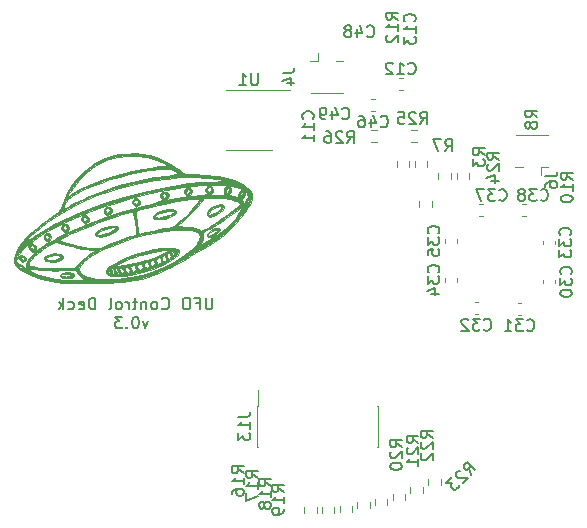
<source format=gbr>
%TF.GenerationSoftware,KiCad,Pcbnew,6.0.6-3a73a75311~116~ubuntu20.04.1*%
%TF.CreationDate,2022-09-27T10:12:31+01:00*%
%TF.ProjectId,UFOControlDeck,55464f43-6f6e-4747-926f-6c4465636b2e,rev?*%
%TF.SameCoordinates,Original*%
%TF.FileFunction,Legend,Bot*%
%TF.FilePolarity,Positive*%
%FSLAX46Y46*%
G04 Gerber Fmt 4.6, Leading zero omitted, Abs format (unit mm)*
G04 Created by KiCad (PCBNEW 6.0.6-3a73a75311~116~ubuntu20.04.1) date 2022-09-27 10:12:31*
%MOMM*%
%LPD*%
G01*
G04 APERTURE LIST*
%ADD10C,0.150000*%
%ADD11C,0.010000*%
%ADD12C,0.120000*%
G04 APERTURE END LIST*
D10*
X129707142Y-118597380D02*
X129707142Y-119406904D01*
X129659523Y-119502142D01*
X129611904Y-119549761D01*
X129516666Y-119597380D01*
X129326190Y-119597380D01*
X129230952Y-119549761D01*
X129183333Y-119502142D01*
X129135714Y-119406904D01*
X129135714Y-118597380D01*
X128326190Y-119073571D02*
X128659523Y-119073571D01*
X128659523Y-119597380D02*
X128659523Y-118597380D01*
X128183333Y-118597380D01*
X127611904Y-118597380D02*
X127421428Y-118597380D01*
X127326190Y-118645000D01*
X127230952Y-118740238D01*
X127183333Y-118930714D01*
X127183333Y-119264047D01*
X127230952Y-119454523D01*
X127326190Y-119549761D01*
X127421428Y-119597380D01*
X127611904Y-119597380D01*
X127707142Y-119549761D01*
X127802380Y-119454523D01*
X127850000Y-119264047D01*
X127850000Y-118930714D01*
X127802380Y-118740238D01*
X127707142Y-118645000D01*
X127611904Y-118597380D01*
X125421428Y-119502142D02*
X125469047Y-119549761D01*
X125611904Y-119597380D01*
X125707142Y-119597380D01*
X125850000Y-119549761D01*
X125945238Y-119454523D01*
X125992857Y-119359285D01*
X126040476Y-119168809D01*
X126040476Y-119025952D01*
X125992857Y-118835476D01*
X125945238Y-118740238D01*
X125850000Y-118645000D01*
X125707142Y-118597380D01*
X125611904Y-118597380D01*
X125469047Y-118645000D01*
X125421428Y-118692619D01*
X124850000Y-119597380D02*
X124945238Y-119549761D01*
X124992857Y-119502142D01*
X125040476Y-119406904D01*
X125040476Y-119121190D01*
X124992857Y-119025952D01*
X124945238Y-118978333D01*
X124850000Y-118930714D01*
X124707142Y-118930714D01*
X124611904Y-118978333D01*
X124564285Y-119025952D01*
X124516666Y-119121190D01*
X124516666Y-119406904D01*
X124564285Y-119502142D01*
X124611904Y-119549761D01*
X124707142Y-119597380D01*
X124850000Y-119597380D01*
X124088095Y-118930714D02*
X124088095Y-119597380D01*
X124088095Y-119025952D02*
X124040476Y-118978333D01*
X123945238Y-118930714D01*
X123802380Y-118930714D01*
X123707142Y-118978333D01*
X123659523Y-119073571D01*
X123659523Y-119597380D01*
X123326190Y-118930714D02*
X122945238Y-118930714D01*
X123183333Y-118597380D02*
X123183333Y-119454523D01*
X123135714Y-119549761D01*
X123040476Y-119597380D01*
X122945238Y-119597380D01*
X122611904Y-119597380D02*
X122611904Y-118930714D01*
X122611904Y-119121190D02*
X122564285Y-119025952D01*
X122516666Y-118978333D01*
X122421428Y-118930714D01*
X122326190Y-118930714D01*
X121850000Y-119597380D02*
X121945238Y-119549761D01*
X121992857Y-119502142D01*
X122040476Y-119406904D01*
X122040476Y-119121190D01*
X121992857Y-119025952D01*
X121945238Y-118978333D01*
X121850000Y-118930714D01*
X121707142Y-118930714D01*
X121611904Y-118978333D01*
X121564285Y-119025952D01*
X121516666Y-119121190D01*
X121516666Y-119406904D01*
X121564285Y-119502142D01*
X121611904Y-119549761D01*
X121707142Y-119597380D01*
X121850000Y-119597380D01*
X120945238Y-119597380D02*
X121040476Y-119549761D01*
X121088095Y-119454523D01*
X121088095Y-118597380D01*
X119802380Y-119597380D02*
X119802380Y-118597380D01*
X119564285Y-118597380D01*
X119421428Y-118645000D01*
X119326190Y-118740238D01*
X119278571Y-118835476D01*
X119230952Y-119025952D01*
X119230952Y-119168809D01*
X119278571Y-119359285D01*
X119326190Y-119454523D01*
X119421428Y-119549761D01*
X119564285Y-119597380D01*
X119802380Y-119597380D01*
X118421428Y-119549761D02*
X118516666Y-119597380D01*
X118707142Y-119597380D01*
X118802380Y-119549761D01*
X118850000Y-119454523D01*
X118850000Y-119073571D01*
X118802380Y-118978333D01*
X118707142Y-118930714D01*
X118516666Y-118930714D01*
X118421428Y-118978333D01*
X118373809Y-119073571D01*
X118373809Y-119168809D01*
X118850000Y-119264047D01*
X117516666Y-119549761D02*
X117611904Y-119597380D01*
X117802380Y-119597380D01*
X117897619Y-119549761D01*
X117945238Y-119502142D01*
X117992857Y-119406904D01*
X117992857Y-119121190D01*
X117945238Y-119025952D01*
X117897619Y-118978333D01*
X117802380Y-118930714D01*
X117611904Y-118930714D01*
X117516666Y-118978333D01*
X117088095Y-119597380D02*
X117088095Y-118597380D01*
X116992857Y-119216428D02*
X116707142Y-119597380D01*
X116707142Y-118930714D02*
X117088095Y-119311666D01*
X124278571Y-120540714D02*
X124040476Y-121207380D01*
X123802380Y-120540714D01*
X123230952Y-120207380D02*
X123135714Y-120207380D01*
X123040476Y-120255000D01*
X122992857Y-120302619D01*
X122945238Y-120397857D01*
X122897619Y-120588333D01*
X122897619Y-120826428D01*
X122945238Y-121016904D01*
X122992857Y-121112142D01*
X123040476Y-121159761D01*
X123135714Y-121207380D01*
X123230952Y-121207380D01*
X123326190Y-121159761D01*
X123373809Y-121112142D01*
X123421428Y-121016904D01*
X123469047Y-120826428D01*
X123469047Y-120588333D01*
X123421428Y-120397857D01*
X123373809Y-120302619D01*
X123326190Y-120255000D01*
X123230952Y-120207380D01*
X122469047Y-121112142D02*
X122421428Y-121159761D01*
X122469047Y-121207380D01*
X122516666Y-121159761D01*
X122469047Y-121112142D01*
X122469047Y-121207380D01*
X122088095Y-120207380D02*
X121469047Y-120207380D01*
X121802380Y-120588333D01*
X121659523Y-120588333D01*
X121564285Y-120635952D01*
X121516666Y-120683571D01*
X121469047Y-120778809D01*
X121469047Y-121016904D01*
X121516666Y-121112142D01*
X121564285Y-121159761D01*
X121659523Y-121207380D01*
X121945238Y-121207380D01*
X122040476Y-121159761D01*
X122088095Y-121112142D01*
%TO.C,C13*%
X146807142Y-95207142D02*
X146854761Y-95159523D01*
X146902380Y-95016666D01*
X146902380Y-94921428D01*
X146854761Y-94778571D01*
X146759523Y-94683333D01*
X146664285Y-94635714D01*
X146473809Y-94588095D01*
X146330952Y-94588095D01*
X146140476Y-94635714D01*
X146045238Y-94683333D01*
X145950000Y-94778571D01*
X145902380Y-94921428D01*
X145902380Y-95016666D01*
X145950000Y-95159523D01*
X145997619Y-95207142D01*
X146902380Y-96159523D02*
X146902380Y-95588095D01*
X146902380Y-95873809D02*
X145902380Y-95873809D01*
X146045238Y-95778571D01*
X146140476Y-95683333D01*
X146188095Y-95588095D01*
X145902380Y-96492857D02*
X145902380Y-97111904D01*
X146283333Y-96778571D01*
X146283333Y-96921428D01*
X146330952Y-97016666D01*
X146378571Y-97064285D01*
X146473809Y-97111904D01*
X146711904Y-97111904D01*
X146807142Y-97064285D01*
X146854761Y-97016666D01*
X146902380Y-96921428D01*
X146902380Y-96635714D01*
X146854761Y-96540476D01*
X146807142Y-96492857D01*
%TO.C,R12*%
X145402380Y-95057142D02*
X144926190Y-94723809D01*
X145402380Y-94485714D02*
X144402380Y-94485714D01*
X144402380Y-94866666D01*
X144450000Y-94961904D01*
X144497619Y-95009523D01*
X144592857Y-95057142D01*
X144735714Y-95057142D01*
X144830952Y-95009523D01*
X144878571Y-94961904D01*
X144926190Y-94866666D01*
X144926190Y-94485714D01*
X145402380Y-96009523D02*
X145402380Y-95438095D01*
X145402380Y-95723809D02*
X144402380Y-95723809D01*
X144545238Y-95628571D01*
X144640476Y-95533333D01*
X144688095Y-95438095D01*
X144497619Y-96390476D02*
X144450000Y-96438095D01*
X144402380Y-96533333D01*
X144402380Y-96771428D01*
X144450000Y-96866666D01*
X144497619Y-96914285D01*
X144592857Y-96961904D01*
X144688095Y-96961904D01*
X144830952Y-96914285D01*
X145402380Y-96342857D01*
X145402380Y-96961904D01*
%TO.C,C48*%
X142792857Y-96457142D02*
X142840476Y-96504761D01*
X142983333Y-96552380D01*
X143078571Y-96552380D01*
X143221428Y-96504761D01*
X143316666Y-96409523D01*
X143364285Y-96314285D01*
X143411904Y-96123809D01*
X143411904Y-95980952D01*
X143364285Y-95790476D01*
X143316666Y-95695238D01*
X143221428Y-95600000D01*
X143078571Y-95552380D01*
X142983333Y-95552380D01*
X142840476Y-95600000D01*
X142792857Y-95647619D01*
X141935714Y-95885714D02*
X141935714Y-96552380D01*
X142173809Y-95504761D02*
X142411904Y-96219047D01*
X141792857Y-96219047D01*
X141269047Y-95980952D02*
X141364285Y-95933333D01*
X141411904Y-95885714D01*
X141459523Y-95790476D01*
X141459523Y-95742857D01*
X141411904Y-95647619D01*
X141364285Y-95600000D01*
X141269047Y-95552380D01*
X141078571Y-95552380D01*
X140983333Y-95600000D01*
X140935714Y-95647619D01*
X140888095Y-95742857D01*
X140888095Y-95790476D01*
X140935714Y-95885714D01*
X140983333Y-95933333D01*
X141078571Y-95980952D01*
X141269047Y-95980952D01*
X141364285Y-96028571D01*
X141411904Y-96076190D01*
X141459523Y-96171428D01*
X141459523Y-96361904D01*
X141411904Y-96457142D01*
X141364285Y-96504761D01*
X141269047Y-96552380D01*
X141078571Y-96552380D01*
X140983333Y-96504761D01*
X140935714Y-96457142D01*
X140888095Y-96361904D01*
X140888095Y-96171428D01*
X140935714Y-96076190D01*
X140983333Y-96028571D01*
X141078571Y-95980952D01*
%TO.C,C11*%
X138207142Y-103457142D02*
X138254761Y-103409523D01*
X138302380Y-103266666D01*
X138302380Y-103171428D01*
X138254761Y-103028571D01*
X138159523Y-102933333D01*
X138064285Y-102885714D01*
X137873809Y-102838095D01*
X137730952Y-102838095D01*
X137540476Y-102885714D01*
X137445238Y-102933333D01*
X137350000Y-103028571D01*
X137302380Y-103171428D01*
X137302380Y-103266666D01*
X137350000Y-103409523D01*
X137397619Y-103457142D01*
X138302380Y-104409523D02*
X138302380Y-103838095D01*
X138302380Y-104123809D02*
X137302380Y-104123809D01*
X137445238Y-104028571D01*
X137540476Y-103933333D01*
X137588095Y-103838095D01*
X138302380Y-105361904D02*
X138302380Y-104790476D01*
X138302380Y-105076190D02*
X137302380Y-105076190D01*
X137445238Y-104980952D01*
X137540476Y-104885714D01*
X137588095Y-104790476D01*
%TO.C,C49*%
X140692857Y-103407142D02*
X140740476Y-103454761D01*
X140883333Y-103502380D01*
X140978571Y-103502380D01*
X141121428Y-103454761D01*
X141216666Y-103359523D01*
X141264285Y-103264285D01*
X141311904Y-103073809D01*
X141311904Y-102930952D01*
X141264285Y-102740476D01*
X141216666Y-102645238D01*
X141121428Y-102550000D01*
X140978571Y-102502380D01*
X140883333Y-102502380D01*
X140740476Y-102550000D01*
X140692857Y-102597619D01*
X139835714Y-102835714D02*
X139835714Y-103502380D01*
X140073809Y-102454761D02*
X140311904Y-103169047D01*
X139692857Y-103169047D01*
X139264285Y-103502380D02*
X139073809Y-103502380D01*
X138978571Y-103454761D01*
X138930952Y-103407142D01*
X138835714Y-103264285D01*
X138788095Y-103073809D01*
X138788095Y-102692857D01*
X138835714Y-102597619D01*
X138883333Y-102550000D01*
X138978571Y-102502380D01*
X139169047Y-102502380D01*
X139264285Y-102550000D01*
X139311904Y-102597619D01*
X139359523Y-102692857D01*
X139359523Y-102930952D01*
X139311904Y-103026190D01*
X139264285Y-103073809D01*
X139169047Y-103121428D01*
X138978571Y-103121428D01*
X138883333Y-103073809D01*
X138835714Y-103026190D01*
X138788095Y-102930952D01*
%TO.C,R19*%
X135752380Y-135057142D02*
X135276190Y-134723809D01*
X135752380Y-134485714D02*
X134752380Y-134485714D01*
X134752380Y-134866666D01*
X134800000Y-134961904D01*
X134847619Y-135009523D01*
X134942857Y-135057142D01*
X135085714Y-135057142D01*
X135180952Y-135009523D01*
X135228571Y-134961904D01*
X135276190Y-134866666D01*
X135276190Y-134485714D01*
X135752380Y-136009523D02*
X135752380Y-135438095D01*
X135752380Y-135723809D02*
X134752380Y-135723809D01*
X134895238Y-135628571D01*
X134990476Y-135533333D01*
X135038095Y-135438095D01*
X135752380Y-136485714D02*
X135752380Y-136676190D01*
X135704761Y-136771428D01*
X135657142Y-136819047D01*
X135514285Y-136914285D01*
X135323809Y-136961904D01*
X134942857Y-136961904D01*
X134847619Y-136914285D01*
X134800000Y-136866666D01*
X134752380Y-136771428D01*
X134752380Y-136580952D01*
X134800000Y-136485714D01*
X134847619Y-136438095D01*
X134942857Y-136390476D01*
X135180952Y-136390476D01*
X135276190Y-136438095D01*
X135323809Y-136485714D01*
X135371428Y-136580952D01*
X135371428Y-136771428D01*
X135323809Y-136866666D01*
X135276190Y-136914285D01*
X135180952Y-136961904D01*
%TO.C,R20*%
X145752380Y-131257142D02*
X145276190Y-130923809D01*
X145752380Y-130685714D02*
X144752380Y-130685714D01*
X144752380Y-131066666D01*
X144800000Y-131161904D01*
X144847619Y-131209523D01*
X144942857Y-131257142D01*
X145085714Y-131257142D01*
X145180952Y-131209523D01*
X145228571Y-131161904D01*
X145276190Y-131066666D01*
X145276190Y-130685714D01*
X144847619Y-131638095D02*
X144800000Y-131685714D01*
X144752380Y-131780952D01*
X144752380Y-132019047D01*
X144800000Y-132114285D01*
X144847619Y-132161904D01*
X144942857Y-132209523D01*
X145038095Y-132209523D01*
X145180952Y-132161904D01*
X145752380Y-131590476D01*
X145752380Y-132209523D01*
X144752380Y-132828571D02*
X144752380Y-132923809D01*
X144800000Y-133019047D01*
X144847619Y-133066666D01*
X144942857Y-133114285D01*
X145133333Y-133161904D01*
X145371428Y-133161904D01*
X145561904Y-133114285D01*
X145657142Y-133066666D01*
X145704761Y-133019047D01*
X145752380Y-132923809D01*
X145752380Y-132828571D01*
X145704761Y-132733333D01*
X145657142Y-132685714D01*
X145561904Y-132638095D01*
X145371428Y-132590476D01*
X145133333Y-132590476D01*
X144942857Y-132638095D01*
X144847619Y-132685714D01*
X144800000Y-132733333D01*
X144752380Y-132828571D01*
%TO.C,R21*%
X147152380Y-130907142D02*
X146676190Y-130573809D01*
X147152380Y-130335714D02*
X146152380Y-130335714D01*
X146152380Y-130716666D01*
X146200000Y-130811904D01*
X146247619Y-130859523D01*
X146342857Y-130907142D01*
X146485714Y-130907142D01*
X146580952Y-130859523D01*
X146628571Y-130811904D01*
X146676190Y-130716666D01*
X146676190Y-130335714D01*
X146247619Y-131288095D02*
X146200000Y-131335714D01*
X146152380Y-131430952D01*
X146152380Y-131669047D01*
X146200000Y-131764285D01*
X146247619Y-131811904D01*
X146342857Y-131859523D01*
X146438095Y-131859523D01*
X146580952Y-131811904D01*
X147152380Y-131240476D01*
X147152380Y-131859523D01*
X147152380Y-132811904D02*
X147152380Y-132240476D01*
X147152380Y-132526190D02*
X146152380Y-132526190D01*
X146295238Y-132430952D01*
X146390476Y-132335714D01*
X146438095Y-132240476D01*
%TO.C,R22*%
X148352380Y-130457142D02*
X147876190Y-130123809D01*
X148352380Y-129885714D02*
X147352380Y-129885714D01*
X147352380Y-130266666D01*
X147400000Y-130361904D01*
X147447619Y-130409523D01*
X147542857Y-130457142D01*
X147685714Y-130457142D01*
X147780952Y-130409523D01*
X147828571Y-130361904D01*
X147876190Y-130266666D01*
X147876190Y-129885714D01*
X147447619Y-130838095D02*
X147400000Y-130885714D01*
X147352380Y-130980952D01*
X147352380Y-131219047D01*
X147400000Y-131314285D01*
X147447619Y-131361904D01*
X147542857Y-131409523D01*
X147638095Y-131409523D01*
X147780952Y-131361904D01*
X148352380Y-130790476D01*
X148352380Y-131409523D01*
X147447619Y-131790476D02*
X147400000Y-131838095D01*
X147352380Y-131933333D01*
X147352380Y-132171428D01*
X147400000Y-132266666D01*
X147447619Y-132314285D01*
X147542857Y-132361904D01*
X147638095Y-132361904D01*
X147780952Y-132314285D01*
X148352380Y-131742857D01*
X148352380Y-132361904D01*
%TO.C,R23*%
X151574450Y-133615312D02*
X151473435Y-133042893D01*
X151978511Y-133211251D02*
X151271404Y-132504145D01*
X151002030Y-132773519D01*
X150968358Y-132874534D01*
X150968358Y-132941877D01*
X151002030Y-133042893D01*
X151103045Y-133143908D01*
X151204061Y-133177580D01*
X151271404Y-133177580D01*
X151372419Y-133143908D01*
X151641793Y-132874534D01*
X150665312Y-133244923D02*
X150597969Y-133244923D01*
X150496954Y-133278595D01*
X150328595Y-133446954D01*
X150294923Y-133547969D01*
X150294923Y-133615312D01*
X150328595Y-133716328D01*
X150395938Y-133783671D01*
X150530625Y-133851015D01*
X151338748Y-133851015D01*
X150901015Y-134288748D01*
X149958206Y-133817343D02*
X149520473Y-134255076D01*
X150025549Y-134288748D01*
X149924534Y-134389763D01*
X149890862Y-134490778D01*
X149890862Y-134558122D01*
X149924534Y-134659137D01*
X150092893Y-134827496D01*
X150193908Y-134861167D01*
X150261251Y-134861167D01*
X150362267Y-134827496D01*
X150564297Y-134625465D01*
X150597969Y-134524450D01*
X150597969Y-134457106D01*
%TO.C,J13*%
X131912380Y-128690476D02*
X132626666Y-128690476D01*
X132769523Y-128642857D01*
X132864761Y-128547619D01*
X132912380Y-128404761D01*
X132912380Y-128309523D01*
X132912380Y-129690476D02*
X132912380Y-129119047D01*
X132912380Y-129404761D02*
X131912380Y-129404761D01*
X132055238Y-129309523D01*
X132150476Y-129214285D01*
X132198095Y-129119047D01*
X131912380Y-130023809D02*
X131912380Y-130642857D01*
X132293333Y-130309523D01*
X132293333Y-130452380D01*
X132340952Y-130547619D01*
X132388571Y-130595238D01*
X132483809Y-130642857D01*
X132721904Y-130642857D01*
X132817142Y-130595238D01*
X132864761Y-130547619D01*
X132912380Y-130452380D01*
X132912380Y-130166666D01*
X132864761Y-130071428D01*
X132817142Y-130023809D01*
%TO.C,C12*%
X146292857Y-99607142D02*
X146340476Y-99654761D01*
X146483333Y-99702380D01*
X146578571Y-99702380D01*
X146721428Y-99654761D01*
X146816666Y-99559523D01*
X146864285Y-99464285D01*
X146911904Y-99273809D01*
X146911904Y-99130952D01*
X146864285Y-98940476D01*
X146816666Y-98845238D01*
X146721428Y-98750000D01*
X146578571Y-98702380D01*
X146483333Y-98702380D01*
X146340476Y-98750000D01*
X146292857Y-98797619D01*
X145340476Y-99702380D02*
X145911904Y-99702380D01*
X145626190Y-99702380D02*
X145626190Y-98702380D01*
X145721428Y-98845238D01*
X145816666Y-98940476D01*
X145911904Y-98988095D01*
X144959523Y-98797619D02*
X144911904Y-98750000D01*
X144816666Y-98702380D01*
X144578571Y-98702380D01*
X144483333Y-98750000D01*
X144435714Y-98797619D01*
X144388095Y-98892857D01*
X144388095Y-98988095D01*
X144435714Y-99130952D01*
X145007142Y-99702380D01*
X144388095Y-99702380D01*
%TO.C,R16*%
X132352380Y-133457142D02*
X131876190Y-133123809D01*
X132352380Y-132885714D02*
X131352380Y-132885714D01*
X131352380Y-133266666D01*
X131400000Y-133361904D01*
X131447619Y-133409523D01*
X131542857Y-133457142D01*
X131685714Y-133457142D01*
X131780952Y-133409523D01*
X131828571Y-133361904D01*
X131876190Y-133266666D01*
X131876190Y-132885714D01*
X132352380Y-134409523D02*
X132352380Y-133838095D01*
X132352380Y-134123809D02*
X131352380Y-134123809D01*
X131495238Y-134028571D01*
X131590476Y-133933333D01*
X131638095Y-133838095D01*
X131352380Y-135266666D02*
X131352380Y-135076190D01*
X131400000Y-134980952D01*
X131447619Y-134933333D01*
X131590476Y-134838095D01*
X131780952Y-134790476D01*
X132161904Y-134790476D01*
X132257142Y-134838095D01*
X132304761Y-134885714D01*
X132352380Y-134980952D01*
X132352380Y-135171428D01*
X132304761Y-135266666D01*
X132257142Y-135314285D01*
X132161904Y-135361904D01*
X131923809Y-135361904D01*
X131828571Y-135314285D01*
X131780952Y-135266666D01*
X131733333Y-135171428D01*
X131733333Y-134980952D01*
X131780952Y-134885714D01*
X131828571Y-134838095D01*
X131923809Y-134790476D01*
%TO.C,R18*%
X134652380Y-134557142D02*
X134176190Y-134223809D01*
X134652380Y-133985714D02*
X133652380Y-133985714D01*
X133652380Y-134366666D01*
X133700000Y-134461904D01*
X133747619Y-134509523D01*
X133842857Y-134557142D01*
X133985714Y-134557142D01*
X134080952Y-134509523D01*
X134128571Y-134461904D01*
X134176190Y-134366666D01*
X134176190Y-133985714D01*
X134652380Y-135509523D02*
X134652380Y-134938095D01*
X134652380Y-135223809D02*
X133652380Y-135223809D01*
X133795238Y-135128571D01*
X133890476Y-135033333D01*
X133938095Y-134938095D01*
X134080952Y-136080952D02*
X134033333Y-135985714D01*
X133985714Y-135938095D01*
X133890476Y-135890476D01*
X133842857Y-135890476D01*
X133747619Y-135938095D01*
X133700000Y-135985714D01*
X133652380Y-136080952D01*
X133652380Y-136271428D01*
X133700000Y-136366666D01*
X133747619Y-136414285D01*
X133842857Y-136461904D01*
X133890476Y-136461904D01*
X133985714Y-136414285D01*
X134033333Y-136366666D01*
X134080952Y-136271428D01*
X134080952Y-136080952D01*
X134128571Y-135985714D01*
X134176190Y-135938095D01*
X134271428Y-135890476D01*
X134461904Y-135890476D01*
X134557142Y-135938095D01*
X134604761Y-135985714D01*
X134652380Y-136080952D01*
X134652380Y-136271428D01*
X134604761Y-136366666D01*
X134557142Y-136414285D01*
X134461904Y-136461904D01*
X134271428Y-136461904D01*
X134176190Y-136414285D01*
X134128571Y-136366666D01*
X134080952Y-136271428D01*
%TO.C,R17*%
X133552380Y-133857142D02*
X133076190Y-133523809D01*
X133552380Y-133285714D02*
X132552380Y-133285714D01*
X132552380Y-133666666D01*
X132600000Y-133761904D01*
X132647619Y-133809523D01*
X132742857Y-133857142D01*
X132885714Y-133857142D01*
X132980952Y-133809523D01*
X133028571Y-133761904D01*
X133076190Y-133666666D01*
X133076190Y-133285714D01*
X133552380Y-134809523D02*
X133552380Y-134238095D01*
X133552380Y-134523809D02*
X132552380Y-134523809D01*
X132695238Y-134428571D01*
X132790476Y-134333333D01*
X132838095Y-134238095D01*
X132552380Y-135142857D02*
X132552380Y-135809523D01*
X133552380Y-135380952D01*
%TO.C,C30*%
X160057142Y-116607142D02*
X160104761Y-116559523D01*
X160152380Y-116416666D01*
X160152380Y-116321428D01*
X160104761Y-116178571D01*
X160009523Y-116083333D01*
X159914285Y-116035714D01*
X159723809Y-115988095D01*
X159580952Y-115988095D01*
X159390476Y-116035714D01*
X159295238Y-116083333D01*
X159200000Y-116178571D01*
X159152380Y-116321428D01*
X159152380Y-116416666D01*
X159200000Y-116559523D01*
X159247619Y-116607142D01*
X159152380Y-116940476D02*
X159152380Y-117559523D01*
X159533333Y-117226190D01*
X159533333Y-117369047D01*
X159580952Y-117464285D01*
X159628571Y-117511904D01*
X159723809Y-117559523D01*
X159961904Y-117559523D01*
X160057142Y-117511904D01*
X160104761Y-117464285D01*
X160152380Y-117369047D01*
X160152380Y-117083333D01*
X160104761Y-116988095D01*
X160057142Y-116940476D01*
X159152380Y-118178571D02*
X159152380Y-118273809D01*
X159200000Y-118369047D01*
X159247619Y-118416666D01*
X159342857Y-118464285D01*
X159533333Y-118511904D01*
X159771428Y-118511904D01*
X159961904Y-118464285D01*
X160057142Y-118416666D01*
X160104761Y-118369047D01*
X160152380Y-118273809D01*
X160152380Y-118178571D01*
X160104761Y-118083333D01*
X160057142Y-118035714D01*
X159961904Y-117988095D01*
X159771428Y-117940476D01*
X159533333Y-117940476D01*
X159342857Y-117988095D01*
X159247619Y-118035714D01*
X159200000Y-118083333D01*
X159152380Y-118178571D01*
%TO.C,C31*%
X156342857Y-121337142D02*
X156390476Y-121384761D01*
X156533333Y-121432380D01*
X156628571Y-121432380D01*
X156771428Y-121384761D01*
X156866666Y-121289523D01*
X156914285Y-121194285D01*
X156961904Y-121003809D01*
X156961904Y-120860952D01*
X156914285Y-120670476D01*
X156866666Y-120575238D01*
X156771428Y-120480000D01*
X156628571Y-120432380D01*
X156533333Y-120432380D01*
X156390476Y-120480000D01*
X156342857Y-120527619D01*
X156009523Y-120432380D02*
X155390476Y-120432380D01*
X155723809Y-120813333D01*
X155580952Y-120813333D01*
X155485714Y-120860952D01*
X155438095Y-120908571D01*
X155390476Y-121003809D01*
X155390476Y-121241904D01*
X155438095Y-121337142D01*
X155485714Y-121384761D01*
X155580952Y-121432380D01*
X155866666Y-121432380D01*
X155961904Y-121384761D01*
X156009523Y-121337142D01*
X154438095Y-121432380D02*
X155009523Y-121432380D01*
X154723809Y-121432380D02*
X154723809Y-120432380D01*
X154819047Y-120575238D01*
X154914285Y-120670476D01*
X155009523Y-120718095D01*
%TO.C,C32*%
X152692857Y-121287142D02*
X152740476Y-121334761D01*
X152883333Y-121382380D01*
X152978571Y-121382380D01*
X153121428Y-121334761D01*
X153216666Y-121239523D01*
X153264285Y-121144285D01*
X153311904Y-120953809D01*
X153311904Y-120810952D01*
X153264285Y-120620476D01*
X153216666Y-120525238D01*
X153121428Y-120430000D01*
X152978571Y-120382380D01*
X152883333Y-120382380D01*
X152740476Y-120430000D01*
X152692857Y-120477619D01*
X152359523Y-120382380D02*
X151740476Y-120382380D01*
X152073809Y-120763333D01*
X151930952Y-120763333D01*
X151835714Y-120810952D01*
X151788095Y-120858571D01*
X151740476Y-120953809D01*
X151740476Y-121191904D01*
X151788095Y-121287142D01*
X151835714Y-121334761D01*
X151930952Y-121382380D01*
X152216666Y-121382380D01*
X152311904Y-121334761D01*
X152359523Y-121287142D01*
X151359523Y-120477619D02*
X151311904Y-120430000D01*
X151216666Y-120382380D01*
X150978571Y-120382380D01*
X150883333Y-120430000D01*
X150835714Y-120477619D01*
X150788095Y-120572857D01*
X150788095Y-120668095D01*
X150835714Y-120810952D01*
X151407142Y-121382380D01*
X150788095Y-121382380D01*
%TO.C,C33*%
X159987142Y-113294642D02*
X160034761Y-113247023D01*
X160082380Y-113104166D01*
X160082380Y-113008928D01*
X160034761Y-112866071D01*
X159939523Y-112770833D01*
X159844285Y-112723214D01*
X159653809Y-112675595D01*
X159510952Y-112675595D01*
X159320476Y-112723214D01*
X159225238Y-112770833D01*
X159130000Y-112866071D01*
X159082380Y-113008928D01*
X159082380Y-113104166D01*
X159130000Y-113247023D01*
X159177619Y-113294642D01*
X159082380Y-113627976D02*
X159082380Y-114247023D01*
X159463333Y-113913690D01*
X159463333Y-114056547D01*
X159510952Y-114151785D01*
X159558571Y-114199404D01*
X159653809Y-114247023D01*
X159891904Y-114247023D01*
X159987142Y-114199404D01*
X160034761Y-114151785D01*
X160082380Y-114056547D01*
X160082380Y-113770833D01*
X160034761Y-113675595D01*
X159987142Y-113627976D01*
X159082380Y-114580357D02*
X159082380Y-115199404D01*
X159463333Y-114866071D01*
X159463333Y-115008928D01*
X159510952Y-115104166D01*
X159558571Y-115151785D01*
X159653809Y-115199404D01*
X159891904Y-115199404D01*
X159987142Y-115151785D01*
X160034761Y-115104166D01*
X160082380Y-115008928D01*
X160082380Y-114723214D01*
X160034761Y-114627976D01*
X159987142Y-114580357D01*
%TO.C,C34*%
X148827142Y-116457142D02*
X148874761Y-116409523D01*
X148922380Y-116266666D01*
X148922380Y-116171428D01*
X148874761Y-116028571D01*
X148779523Y-115933333D01*
X148684285Y-115885714D01*
X148493809Y-115838095D01*
X148350952Y-115838095D01*
X148160476Y-115885714D01*
X148065238Y-115933333D01*
X147970000Y-116028571D01*
X147922380Y-116171428D01*
X147922380Y-116266666D01*
X147970000Y-116409523D01*
X148017619Y-116457142D01*
X147922380Y-116790476D02*
X147922380Y-117409523D01*
X148303333Y-117076190D01*
X148303333Y-117219047D01*
X148350952Y-117314285D01*
X148398571Y-117361904D01*
X148493809Y-117409523D01*
X148731904Y-117409523D01*
X148827142Y-117361904D01*
X148874761Y-117314285D01*
X148922380Y-117219047D01*
X148922380Y-116933333D01*
X148874761Y-116838095D01*
X148827142Y-116790476D01*
X148255714Y-118266666D02*
X148922380Y-118266666D01*
X147874761Y-118028571D02*
X148589047Y-117790476D01*
X148589047Y-118409523D01*
%TO.C,C35*%
X148827142Y-113157142D02*
X148874761Y-113109523D01*
X148922380Y-112966666D01*
X148922380Y-112871428D01*
X148874761Y-112728571D01*
X148779523Y-112633333D01*
X148684285Y-112585714D01*
X148493809Y-112538095D01*
X148350952Y-112538095D01*
X148160476Y-112585714D01*
X148065238Y-112633333D01*
X147970000Y-112728571D01*
X147922380Y-112871428D01*
X147922380Y-112966666D01*
X147970000Y-113109523D01*
X148017619Y-113157142D01*
X147922380Y-113490476D02*
X147922380Y-114109523D01*
X148303333Y-113776190D01*
X148303333Y-113919047D01*
X148350952Y-114014285D01*
X148398571Y-114061904D01*
X148493809Y-114109523D01*
X148731904Y-114109523D01*
X148827142Y-114061904D01*
X148874761Y-114014285D01*
X148922380Y-113919047D01*
X148922380Y-113633333D01*
X148874761Y-113538095D01*
X148827142Y-113490476D01*
X147922380Y-115014285D02*
X147922380Y-114538095D01*
X148398571Y-114490476D01*
X148350952Y-114538095D01*
X148303333Y-114633333D01*
X148303333Y-114871428D01*
X148350952Y-114966666D01*
X148398571Y-115014285D01*
X148493809Y-115061904D01*
X148731904Y-115061904D01*
X148827142Y-115014285D01*
X148874761Y-114966666D01*
X148922380Y-114871428D01*
X148922380Y-114633333D01*
X148874761Y-114538095D01*
X148827142Y-114490476D01*
%TO.C,C37*%
X153992857Y-110307142D02*
X154040476Y-110354761D01*
X154183333Y-110402380D01*
X154278571Y-110402380D01*
X154421428Y-110354761D01*
X154516666Y-110259523D01*
X154564285Y-110164285D01*
X154611904Y-109973809D01*
X154611904Y-109830952D01*
X154564285Y-109640476D01*
X154516666Y-109545238D01*
X154421428Y-109450000D01*
X154278571Y-109402380D01*
X154183333Y-109402380D01*
X154040476Y-109450000D01*
X153992857Y-109497619D01*
X153659523Y-109402380D02*
X153040476Y-109402380D01*
X153373809Y-109783333D01*
X153230952Y-109783333D01*
X153135714Y-109830952D01*
X153088095Y-109878571D01*
X153040476Y-109973809D01*
X153040476Y-110211904D01*
X153088095Y-110307142D01*
X153135714Y-110354761D01*
X153230952Y-110402380D01*
X153516666Y-110402380D01*
X153611904Y-110354761D01*
X153659523Y-110307142D01*
X152707142Y-109402380D02*
X152040476Y-109402380D01*
X152469047Y-110402380D01*
%TO.C,C38*%
X157492857Y-110307142D02*
X157540476Y-110354761D01*
X157683333Y-110402380D01*
X157778571Y-110402380D01*
X157921428Y-110354761D01*
X158016666Y-110259523D01*
X158064285Y-110164285D01*
X158111904Y-109973809D01*
X158111904Y-109830952D01*
X158064285Y-109640476D01*
X158016666Y-109545238D01*
X157921428Y-109450000D01*
X157778571Y-109402380D01*
X157683333Y-109402380D01*
X157540476Y-109450000D01*
X157492857Y-109497619D01*
X157159523Y-109402380D02*
X156540476Y-109402380D01*
X156873809Y-109783333D01*
X156730952Y-109783333D01*
X156635714Y-109830952D01*
X156588095Y-109878571D01*
X156540476Y-109973809D01*
X156540476Y-110211904D01*
X156588095Y-110307142D01*
X156635714Y-110354761D01*
X156730952Y-110402380D01*
X157016666Y-110402380D01*
X157111904Y-110354761D01*
X157159523Y-110307142D01*
X155969047Y-109830952D02*
X156064285Y-109783333D01*
X156111904Y-109735714D01*
X156159523Y-109640476D01*
X156159523Y-109592857D01*
X156111904Y-109497619D01*
X156064285Y-109450000D01*
X155969047Y-109402380D01*
X155778571Y-109402380D01*
X155683333Y-109450000D01*
X155635714Y-109497619D01*
X155588095Y-109592857D01*
X155588095Y-109640476D01*
X155635714Y-109735714D01*
X155683333Y-109783333D01*
X155778571Y-109830952D01*
X155969047Y-109830952D01*
X156064285Y-109878571D01*
X156111904Y-109926190D01*
X156159523Y-110021428D01*
X156159523Y-110211904D01*
X156111904Y-110307142D01*
X156064285Y-110354761D01*
X155969047Y-110402380D01*
X155778571Y-110402380D01*
X155683333Y-110354761D01*
X155635714Y-110307142D01*
X155588095Y-110211904D01*
X155588095Y-110021428D01*
X155635714Y-109926190D01*
X155683333Y-109878571D01*
X155778571Y-109830952D01*
%TO.C,C46*%
X143955357Y-104087142D02*
X144002976Y-104134761D01*
X144145833Y-104182380D01*
X144241071Y-104182380D01*
X144383928Y-104134761D01*
X144479166Y-104039523D01*
X144526785Y-103944285D01*
X144574404Y-103753809D01*
X144574404Y-103610952D01*
X144526785Y-103420476D01*
X144479166Y-103325238D01*
X144383928Y-103230000D01*
X144241071Y-103182380D01*
X144145833Y-103182380D01*
X144002976Y-103230000D01*
X143955357Y-103277619D01*
X143098214Y-103515714D02*
X143098214Y-104182380D01*
X143336309Y-103134761D02*
X143574404Y-103849047D01*
X142955357Y-103849047D01*
X142145833Y-103182380D02*
X142336309Y-103182380D01*
X142431547Y-103230000D01*
X142479166Y-103277619D01*
X142574404Y-103420476D01*
X142622023Y-103610952D01*
X142622023Y-103991904D01*
X142574404Y-104087142D01*
X142526785Y-104134761D01*
X142431547Y-104182380D01*
X142241071Y-104182380D01*
X142145833Y-104134761D01*
X142098214Y-104087142D01*
X142050595Y-103991904D01*
X142050595Y-103753809D01*
X142098214Y-103658571D01*
X142145833Y-103610952D01*
X142241071Y-103563333D01*
X142431547Y-103563333D01*
X142526785Y-103610952D01*
X142574404Y-103658571D01*
X142622023Y-103753809D01*
%TO.C,R24*%
X153952380Y-106907142D02*
X153476190Y-106573809D01*
X153952380Y-106335714D02*
X152952380Y-106335714D01*
X152952380Y-106716666D01*
X153000000Y-106811904D01*
X153047619Y-106859523D01*
X153142857Y-106907142D01*
X153285714Y-106907142D01*
X153380952Y-106859523D01*
X153428571Y-106811904D01*
X153476190Y-106716666D01*
X153476190Y-106335714D01*
X153047619Y-107288095D02*
X153000000Y-107335714D01*
X152952380Y-107430952D01*
X152952380Y-107669047D01*
X153000000Y-107764285D01*
X153047619Y-107811904D01*
X153142857Y-107859523D01*
X153238095Y-107859523D01*
X153380952Y-107811904D01*
X153952380Y-107240476D01*
X153952380Y-107859523D01*
X153285714Y-108716666D02*
X153952380Y-108716666D01*
X152904761Y-108478571D02*
X153619047Y-108240476D01*
X153619047Y-108859523D01*
%TO.C,R25*%
X147292857Y-103902380D02*
X147626190Y-103426190D01*
X147864285Y-103902380D02*
X147864285Y-102902380D01*
X147483333Y-102902380D01*
X147388095Y-102950000D01*
X147340476Y-102997619D01*
X147292857Y-103092857D01*
X147292857Y-103235714D01*
X147340476Y-103330952D01*
X147388095Y-103378571D01*
X147483333Y-103426190D01*
X147864285Y-103426190D01*
X146911904Y-102997619D02*
X146864285Y-102950000D01*
X146769047Y-102902380D01*
X146530952Y-102902380D01*
X146435714Y-102950000D01*
X146388095Y-102997619D01*
X146340476Y-103092857D01*
X146340476Y-103188095D01*
X146388095Y-103330952D01*
X146959523Y-103902380D01*
X146340476Y-103902380D01*
X145435714Y-102902380D02*
X145911904Y-102902380D01*
X145959523Y-103378571D01*
X145911904Y-103330952D01*
X145816666Y-103283333D01*
X145578571Y-103283333D01*
X145483333Y-103330952D01*
X145435714Y-103378571D01*
X145388095Y-103473809D01*
X145388095Y-103711904D01*
X145435714Y-103807142D01*
X145483333Y-103854761D01*
X145578571Y-103902380D01*
X145816666Y-103902380D01*
X145911904Y-103854761D01*
X145959523Y-103807142D01*
%TO.C,R3*%
X152752380Y-106533333D02*
X152276190Y-106200000D01*
X152752380Y-105961904D02*
X151752380Y-105961904D01*
X151752380Y-106342857D01*
X151800000Y-106438095D01*
X151847619Y-106485714D01*
X151942857Y-106533333D01*
X152085714Y-106533333D01*
X152180952Y-106485714D01*
X152228571Y-106438095D01*
X152276190Y-106342857D01*
X152276190Y-105961904D01*
X151752380Y-106866666D02*
X151752380Y-107485714D01*
X152133333Y-107152380D01*
X152133333Y-107295238D01*
X152180952Y-107390476D01*
X152228571Y-107438095D01*
X152323809Y-107485714D01*
X152561904Y-107485714D01*
X152657142Y-107438095D01*
X152704761Y-107390476D01*
X152752380Y-107295238D01*
X152752380Y-107009523D01*
X152704761Y-106914285D01*
X152657142Y-106866666D01*
%TO.C,R7*%
X149416666Y-106202380D02*
X149750000Y-105726190D01*
X149988095Y-106202380D02*
X149988095Y-105202380D01*
X149607142Y-105202380D01*
X149511904Y-105250000D01*
X149464285Y-105297619D01*
X149416666Y-105392857D01*
X149416666Y-105535714D01*
X149464285Y-105630952D01*
X149511904Y-105678571D01*
X149607142Y-105726190D01*
X149988095Y-105726190D01*
X149083333Y-105202380D02*
X148416666Y-105202380D01*
X148845238Y-106202380D01*
%TO.C,R8*%
X157202380Y-103333333D02*
X156726190Y-103000000D01*
X157202380Y-102761904D02*
X156202380Y-102761904D01*
X156202380Y-103142857D01*
X156250000Y-103238095D01*
X156297619Y-103285714D01*
X156392857Y-103333333D01*
X156535714Y-103333333D01*
X156630952Y-103285714D01*
X156678571Y-103238095D01*
X156726190Y-103142857D01*
X156726190Y-102761904D01*
X156630952Y-103904761D02*
X156583333Y-103809523D01*
X156535714Y-103761904D01*
X156440476Y-103714285D01*
X156392857Y-103714285D01*
X156297619Y-103761904D01*
X156250000Y-103809523D01*
X156202380Y-103904761D01*
X156202380Y-104095238D01*
X156250000Y-104190476D01*
X156297619Y-104238095D01*
X156392857Y-104285714D01*
X156440476Y-104285714D01*
X156535714Y-104238095D01*
X156583333Y-104190476D01*
X156630952Y-104095238D01*
X156630952Y-103904761D01*
X156678571Y-103809523D01*
X156726190Y-103761904D01*
X156821428Y-103714285D01*
X157011904Y-103714285D01*
X157107142Y-103761904D01*
X157154761Y-103809523D01*
X157202380Y-103904761D01*
X157202380Y-104095238D01*
X157154761Y-104190476D01*
X157107142Y-104238095D01*
X157011904Y-104285714D01*
X156821428Y-104285714D01*
X156726190Y-104238095D01*
X156678571Y-104190476D01*
X156630952Y-104095238D01*
%TO.C,R26*%
X141092857Y-105502380D02*
X141426190Y-105026190D01*
X141664285Y-105502380D02*
X141664285Y-104502380D01*
X141283333Y-104502380D01*
X141188095Y-104550000D01*
X141140476Y-104597619D01*
X141092857Y-104692857D01*
X141092857Y-104835714D01*
X141140476Y-104930952D01*
X141188095Y-104978571D01*
X141283333Y-105026190D01*
X141664285Y-105026190D01*
X140711904Y-104597619D02*
X140664285Y-104550000D01*
X140569047Y-104502380D01*
X140330952Y-104502380D01*
X140235714Y-104550000D01*
X140188095Y-104597619D01*
X140140476Y-104692857D01*
X140140476Y-104788095D01*
X140188095Y-104930952D01*
X140759523Y-105502380D01*
X140140476Y-105502380D01*
X139283333Y-104502380D02*
X139473809Y-104502380D01*
X139569047Y-104550000D01*
X139616666Y-104597619D01*
X139711904Y-104740476D01*
X139759523Y-104930952D01*
X139759523Y-105311904D01*
X139711904Y-105407142D01*
X139664285Y-105454761D01*
X139569047Y-105502380D01*
X139378571Y-105502380D01*
X139283333Y-105454761D01*
X139235714Y-105407142D01*
X139188095Y-105311904D01*
X139188095Y-105073809D01*
X139235714Y-104978571D01*
X139283333Y-104930952D01*
X139378571Y-104883333D01*
X139569047Y-104883333D01*
X139664285Y-104930952D01*
X139711904Y-104978571D01*
X139759523Y-105073809D01*
%TO.C,R10*%
X160202380Y-108607142D02*
X159726190Y-108273809D01*
X160202380Y-108035714D02*
X159202380Y-108035714D01*
X159202380Y-108416666D01*
X159250000Y-108511904D01*
X159297619Y-108559523D01*
X159392857Y-108607142D01*
X159535714Y-108607142D01*
X159630952Y-108559523D01*
X159678571Y-108511904D01*
X159726190Y-108416666D01*
X159726190Y-108035714D01*
X160202380Y-109559523D02*
X160202380Y-108988095D01*
X160202380Y-109273809D02*
X159202380Y-109273809D01*
X159345238Y-109178571D01*
X159440476Y-109083333D01*
X159488095Y-108988095D01*
X159202380Y-110178571D02*
X159202380Y-110273809D01*
X159250000Y-110369047D01*
X159297619Y-110416666D01*
X159392857Y-110464285D01*
X159583333Y-110511904D01*
X159821428Y-110511904D01*
X160011904Y-110464285D01*
X160107142Y-110416666D01*
X160154761Y-110369047D01*
X160202380Y-110273809D01*
X160202380Y-110178571D01*
X160154761Y-110083333D01*
X160107142Y-110035714D01*
X160011904Y-109988095D01*
X159821428Y-109940476D01*
X159583333Y-109940476D01*
X159392857Y-109988095D01*
X159297619Y-110035714D01*
X159250000Y-110083333D01*
X159202380Y-110178571D01*
%TO.C,J6*%
X157902380Y-108316666D02*
X158616666Y-108316666D01*
X158759523Y-108269047D01*
X158854761Y-108173809D01*
X158902380Y-108030952D01*
X158902380Y-107935714D01*
X157902380Y-109221428D02*
X157902380Y-109030952D01*
X157950000Y-108935714D01*
X157997619Y-108888095D01*
X158140476Y-108792857D01*
X158330952Y-108745238D01*
X158711904Y-108745238D01*
X158807142Y-108792857D01*
X158854761Y-108840476D01*
X158902380Y-108935714D01*
X158902380Y-109126190D01*
X158854761Y-109221428D01*
X158807142Y-109269047D01*
X158711904Y-109316666D01*
X158473809Y-109316666D01*
X158378571Y-109269047D01*
X158330952Y-109221428D01*
X158283333Y-109126190D01*
X158283333Y-108935714D01*
X158330952Y-108840476D01*
X158378571Y-108792857D01*
X158473809Y-108745238D01*
%TO.C,J4*%
X135652380Y-99561666D02*
X136366666Y-99561666D01*
X136509523Y-99514047D01*
X136604761Y-99418809D01*
X136652380Y-99275952D01*
X136652380Y-99180714D01*
X135985714Y-100466428D02*
X136652380Y-100466428D01*
X135604761Y-100228333D02*
X136319047Y-99990238D01*
X136319047Y-100609285D01*
%TO.C,U1*%
X133561904Y-99602380D02*
X133561904Y-100411904D01*
X133514285Y-100507142D01*
X133466666Y-100554761D01*
X133371428Y-100602380D01*
X133180952Y-100602380D01*
X133085714Y-100554761D01*
X133038095Y-100507142D01*
X132990476Y-100411904D01*
X132990476Y-99602380D01*
X131990476Y-100602380D02*
X132561904Y-100602380D01*
X132276190Y-100602380D02*
X132276190Y-99602380D01*
X132371428Y-99745238D01*
X132466666Y-99840476D01*
X132561904Y-99888095D01*
%TO.C,G\u002A\u002A\u002A*%
G36*
X118772500Y-111632080D02*
G01*
X118957436Y-111590674D01*
X119116535Y-111672374D01*
X119222703Y-111830960D01*
X119248849Y-112020208D01*
X119167879Y-112193898D01*
X119124192Y-112232090D01*
X118952728Y-112329822D01*
X118820640Y-112301451D01*
X118710542Y-112205114D01*
X118605528Y-111998436D01*
X118614514Y-111940442D01*
X118744098Y-111940442D01*
X118784461Y-112088253D01*
X118809542Y-112118653D01*
X118929581Y-112155280D01*
X119025345Y-112064583D01*
X119047667Y-111955771D01*
X118981330Y-111808860D01*
X118899500Y-111766118D01*
X118788675Y-111808647D01*
X118744098Y-111940442D01*
X118614514Y-111940442D01*
X118639632Y-111778355D01*
X118772500Y-111632080D01*
G37*
D11*
X118772500Y-111632080D02*
X118957436Y-111590674D01*
X119116535Y-111672374D01*
X119222703Y-111830960D01*
X119248849Y-112020208D01*
X119167879Y-112193898D01*
X119124192Y-112232090D01*
X118952728Y-112329822D01*
X118820640Y-112301451D01*
X118710542Y-112205114D01*
X118605528Y-111998436D01*
X118614514Y-111940442D01*
X118744098Y-111940442D01*
X118784461Y-112088253D01*
X118809542Y-112118653D01*
X118929581Y-112155280D01*
X119025345Y-112064583D01*
X119047667Y-111955771D01*
X118981330Y-111808860D01*
X118899500Y-111766118D01*
X118788675Y-111808647D01*
X118744098Y-111940442D01*
X118614514Y-111940442D01*
X118639632Y-111778355D01*
X118772500Y-111632080D01*
G36*
X129310464Y-111259847D02*
G01*
X129518102Y-111050540D01*
X129821355Y-110860926D01*
X130126538Y-110736314D01*
X130351604Y-110676726D01*
X130487865Y-110689755D01*
X130586053Y-110763767D01*
X130669678Y-110944107D01*
X130596397Y-111146232D01*
X130374950Y-111356777D01*
X130086856Y-111527365D01*
X129741362Y-111682117D01*
X129503496Y-111741462D01*
X129343944Y-111709591D01*
X129270118Y-111644167D01*
X129238413Y-111530088D01*
X129345708Y-111530088D01*
X129449052Y-111578167D01*
X129678389Y-111535261D01*
X129866553Y-111464579D01*
X130078629Y-111345677D01*
X130274401Y-111190339D01*
X130418408Y-111034216D01*
X130475185Y-110912959D01*
X130454922Y-110873106D01*
X130297380Y-110857361D01*
X130059749Y-110916842D01*
X129801079Y-111030267D01*
X129580422Y-111176353D01*
X129557827Y-111196430D01*
X129378564Y-111399887D01*
X129345708Y-111530088D01*
X129238413Y-111530088D01*
X129220462Y-111465503D01*
X129310464Y-111259847D01*
G37*
X129310464Y-111259847D02*
X129518102Y-111050540D01*
X129821355Y-110860926D01*
X130126538Y-110736314D01*
X130351604Y-110676726D01*
X130487865Y-110689755D01*
X130586053Y-110763767D01*
X130669678Y-110944107D01*
X130596397Y-111146232D01*
X130374950Y-111356777D01*
X130086856Y-111527365D01*
X129741362Y-111682117D01*
X129503496Y-111741462D01*
X129343944Y-111709591D01*
X129270118Y-111644167D01*
X129238413Y-111530088D01*
X129345708Y-111530088D01*
X129449052Y-111578167D01*
X129678389Y-111535261D01*
X129866553Y-111464579D01*
X130078629Y-111345677D01*
X130274401Y-111190339D01*
X130418408Y-111034216D01*
X130475185Y-110912959D01*
X130454922Y-110873106D01*
X130297380Y-110857361D01*
X130059749Y-110916842D01*
X129801079Y-111030267D01*
X129580422Y-111176353D01*
X129557827Y-111196430D01*
X129378564Y-111399887D01*
X129345708Y-111530088D01*
X129238413Y-111530088D01*
X129220462Y-111465503D01*
X129310464Y-111259847D01*
G36*
X124840609Y-111491400D02*
G01*
X124937186Y-111420558D01*
X125239608Y-111279995D01*
X125600717Y-111174351D01*
X125963485Y-111114165D01*
X126270890Y-111109972D01*
X126422722Y-111146054D01*
X126586737Y-111273398D01*
X126587864Y-111425114D01*
X126429331Y-111592717D01*
X126202000Y-111726513D01*
X125921816Y-111832664D01*
X125581683Y-111916599D01*
X125238293Y-111969275D01*
X124948341Y-111981651D01*
X124783834Y-111952673D01*
X124683213Y-111836003D01*
X124697150Y-111735141D01*
X124847334Y-111735141D01*
X124920566Y-111805159D01*
X125114283Y-111822881D01*
X125389512Y-111792996D01*
X125707280Y-111720195D01*
X126028614Y-111609167D01*
X126081151Y-111586669D01*
X126329732Y-111450918D01*
X126414990Y-111343631D01*
X126341872Y-111274320D01*
X126115326Y-111252498D01*
X125914126Y-111265498D01*
X125567889Y-111327269D01*
X125250361Y-111429061D01*
X125001993Y-111553065D01*
X124863238Y-111681473D01*
X124847334Y-111735141D01*
X124697150Y-111735141D01*
X124706598Y-111666770D01*
X124840609Y-111491400D01*
G37*
X124840609Y-111491400D02*
X124937186Y-111420558D01*
X125239608Y-111279995D01*
X125600717Y-111174351D01*
X125963485Y-111114165D01*
X126270890Y-111109972D01*
X126422722Y-111146054D01*
X126586737Y-111273398D01*
X126587864Y-111425114D01*
X126429331Y-111592717D01*
X126202000Y-111726513D01*
X125921816Y-111832664D01*
X125581683Y-111916599D01*
X125238293Y-111969275D01*
X124948341Y-111981651D01*
X124783834Y-111952673D01*
X124683213Y-111836003D01*
X124697150Y-111735141D01*
X124847334Y-111735141D01*
X124920566Y-111805159D01*
X125114283Y-111822881D01*
X125389512Y-111792996D01*
X125707280Y-111720195D01*
X126028614Y-111609167D01*
X126081151Y-111586669D01*
X126329732Y-111450918D01*
X126414990Y-111343631D01*
X126341872Y-111274320D01*
X126115326Y-111252498D01*
X125914126Y-111265498D01*
X125567889Y-111327269D01*
X125250361Y-111429061D01*
X125001993Y-111553065D01*
X124863238Y-111681473D01*
X124847334Y-111735141D01*
X124697150Y-111735141D01*
X124706598Y-111666770D01*
X124840609Y-111491400D01*
G36*
X120765174Y-116194108D02*
G01*
X121143093Y-116194108D01*
X121174577Y-116367021D01*
X121237340Y-116520481D01*
X121300512Y-116576000D01*
X121363926Y-116506080D01*
X121374704Y-116427834D01*
X121342122Y-116262573D01*
X121489351Y-116262573D01*
X121508058Y-116354343D01*
X121589488Y-116517906D01*
X121687218Y-116576000D01*
X121770424Y-116527382D01*
X121753190Y-116385500D01*
X121658518Y-116167957D01*
X121626100Y-116135678D01*
X121808913Y-116135678D01*
X121856452Y-116291437D01*
X121881905Y-116358822D01*
X121987883Y-116535467D01*
X122102799Y-116569578D01*
X122171253Y-116506027D01*
X122192892Y-116343656D01*
X122120731Y-116172754D01*
X121993258Y-116072668D01*
X121958792Y-116068000D01*
X121838845Y-116077013D01*
X121808913Y-116135678D01*
X121626100Y-116135678D01*
X121562498Y-116072351D01*
X121495864Y-116102587D01*
X121489351Y-116262573D01*
X121342122Y-116262573D01*
X121341025Y-116257012D01*
X121266195Y-116118566D01*
X121185113Y-116070063D01*
X121164817Y-116081628D01*
X121143093Y-116194108D01*
X120765174Y-116194108D01*
X120778381Y-116161508D01*
X120897213Y-116046091D01*
X122232952Y-116046091D01*
X122275773Y-116196121D01*
X122305238Y-116274155D01*
X122418230Y-116437749D01*
X122561141Y-116493638D01*
X122679253Y-116421360D01*
X122704535Y-116244832D01*
X122615716Y-116075405D01*
X122471229Y-115994618D01*
X122749900Y-115994618D01*
X122798683Y-116151255D01*
X122810869Y-116183258D01*
X122904121Y-116361965D01*
X123016278Y-116393524D01*
X123137743Y-116333839D01*
X123209504Y-116192059D01*
X123191416Y-116036216D01*
X123142903Y-115921197D01*
X123304847Y-115921197D01*
X123331264Y-116046834D01*
X123445536Y-116184314D01*
X123611302Y-116241045D01*
X123755269Y-116197337D01*
X123779919Y-116167360D01*
X123800402Y-116013067D01*
X123737471Y-115843022D01*
X123683887Y-115792201D01*
X123875120Y-115792201D01*
X123886725Y-115880529D01*
X123987617Y-116022800D01*
X124144683Y-116069366D01*
X124283851Y-116001826D01*
X124297468Y-115982576D01*
X124319478Y-115834703D01*
X124267916Y-115668759D01*
X124197930Y-115593818D01*
X124435809Y-115593818D01*
X124457019Y-115777924D01*
X124558030Y-115884700D01*
X124687021Y-115868526D01*
X124785254Y-115751896D01*
X124805000Y-115644667D01*
X124750279Y-115461344D01*
X124656577Y-115406736D01*
X124510502Y-115446407D01*
X124435809Y-115593818D01*
X124197930Y-115593818D01*
X124172939Y-115567058D01*
X124143128Y-115561297D01*
X123947594Y-115626103D01*
X123875120Y-115792201D01*
X123683887Y-115792201D01*
X123626341Y-115737623D01*
X123588625Y-115730630D01*
X123376174Y-115780407D01*
X123304847Y-115921197D01*
X123142903Y-115921197D01*
X123124035Y-115876466D01*
X123008651Y-115850306D01*
X122953672Y-115864265D01*
X122791550Y-115921321D01*
X122749900Y-115994618D01*
X122471229Y-115994618D01*
X122454923Y-115985501D01*
X122424459Y-115983334D01*
X122275993Y-115991069D01*
X122232952Y-116046091D01*
X120897213Y-116046091D01*
X121002886Y-115943456D01*
X121064592Y-115902393D01*
X121460667Y-115902393D01*
X121541261Y-115937905D01*
X121780539Y-115926094D01*
X122174748Y-115867462D01*
X122720131Y-115762511D01*
X123079670Y-115685992D01*
X123525288Y-115576291D01*
X123993613Y-115439891D01*
X124145808Y-115389839D01*
X124951898Y-115389839D01*
X124964487Y-115508579D01*
X125033444Y-115686296D01*
X125137842Y-115714825D01*
X125260960Y-115652458D01*
X125320526Y-115539779D01*
X125325247Y-115380200D01*
X125455009Y-115380200D01*
X125537163Y-115502877D01*
X125653042Y-115505424D01*
X125755177Y-115382308D01*
X125762080Y-115231684D01*
X125696040Y-115065635D01*
X125610639Y-115023611D01*
X125862384Y-115023611D01*
X125881966Y-115186485D01*
X125919778Y-115249556D01*
X126057166Y-115301919D01*
X126150586Y-115236027D01*
X126170149Y-115088679D01*
X126115538Y-114918678D01*
X126018493Y-114807747D01*
X125980459Y-114798000D01*
X125898773Y-114867640D01*
X125862384Y-115023611D01*
X125610639Y-115023611D01*
X125585075Y-115011032D01*
X125484194Y-115080227D01*
X125455166Y-115162779D01*
X125455009Y-115380200D01*
X125325247Y-115380200D01*
X125325674Y-115365790D01*
X125284590Y-115206512D01*
X125205554Y-115137963D01*
X125025487Y-115210506D01*
X124951898Y-115389839D01*
X124145808Y-115389839D01*
X124459393Y-115286712D01*
X124897376Y-115126673D01*
X125282308Y-114969694D01*
X125588938Y-114825693D01*
X125687476Y-114766930D01*
X126215389Y-114766930D01*
X126263382Y-114923735D01*
X126342270Y-115037998D01*
X126377039Y-115052000D01*
X126441848Y-114981258D01*
X126456000Y-114887664D01*
X126419989Y-114755667D01*
X126540667Y-114755667D01*
X126583000Y-114798000D01*
X126625334Y-114755667D01*
X126583000Y-114713334D01*
X126540667Y-114755667D01*
X126419989Y-114755667D01*
X126413294Y-114731127D01*
X126318734Y-114639817D01*
X126230970Y-114656142D01*
X126215389Y-114766930D01*
X125687476Y-114766930D01*
X125792012Y-114704591D01*
X125866278Y-114616306D01*
X125857153Y-114594982D01*
X125750947Y-114584330D01*
X125515047Y-114606334D01*
X125184560Y-114654731D01*
X124794593Y-114723256D01*
X124380251Y-114805646D01*
X123976642Y-114895638D01*
X123618872Y-114986968D01*
X123549408Y-115006732D01*
X123182685Y-115123835D01*
X122785579Y-115267414D01*
X122389987Y-115423792D01*
X122027809Y-115579290D01*
X121730942Y-115720229D01*
X121531284Y-115832933D01*
X121460667Y-115902393D01*
X121064592Y-115902393D01*
X121350225Y-115712317D01*
X121798443Y-115476289D01*
X122325583Y-115243569D01*
X122909689Y-115022354D01*
X123528804Y-114820844D01*
X124160973Y-114647235D01*
X124784240Y-114509725D01*
X125376647Y-114416511D01*
X125916239Y-114375792D01*
X126011449Y-114374667D01*
X126430671Y-114396752D01*
X126703157Y-114467935D01*
X126846286Y-114595612D01*
X126879334Y-114743887D01*
X126799336Y-114958854D01*
X126574108Y-115191645D01*
X126225793Y-115434416D01*
X125776538Y-115679322D01*
X125248488Y-115918520D01*
X124663788Y-116144164D01*
X124044583Y-116348410D01*
X123413019Y-116523414D01*
X122791241Y-116661331D01*
X122201393Y-116754316D01*
X121665623Y-116794524D01*
X121206074Y-116774113D01*
X121164334Y-116768311D01*
X120875667Y-116683154D01*
X120728115Y-116525867D01*
X120708049Y-116411664D01*
X120868000Y-116411664D01*
X120932579Y-116489053D01*
X120952667Y-116491334D01*
X121026971Y-116422418D01*
X121037334Y-116359337D01*
X120996288Y-116271702D01*
X120952667Y-116279667D01*
X120871230Y-116387910D01*
X120868000Y-116411664D01*
X120708049Y-116411664D01*
X120698667Y-116358275D01*
X120765174Y-116194108D01*
G37*
X120765174Y-116194108D02*
X121143093Y-116194108D01*
X121174577Y-116367021D01*
X121237340Y-116520481D01*
X121300512Y-116576000D01*
X121363926Y-116506080D01*
X121374704Y-116427834D01*
X121342122Y-116262573D01*
X121489351Y-116262573D01*
X121508058Y-116354343D01*
X121589488Y-116517906D01*
X121687218Y-116576000D01*
X121770424Y-116527382D01*
X121753190Y-116385500D01*
X121658518Y-116167957D01*
X121626100Y-116135678D01*
X121808913Y-116135678D01*
X121856452Y-116291437D01*
X121881905Y-116358822D01*
X121987883Y-116535467D01*
X122102799Y-116569578D01*
X122171253Y-116506027D01*
X122192892Y-116343656D01*
X122120731Y-116172754D01*
X121993258Y-116072668D01*
X121958792Y-116068000D01*
X121838845Y-116077013D01*
X121808913Y-116135678D01*
X121626100Y-116135678D01*
X121562498Y-116072351D01*
X121495864Y-116102587D01*
X121489351Y-116262573D01*
X121342122Y-116262573D01*
X121341025Y-116257012D01*
X121266195Y-116118566D01*
X121185113Y-116070063D01*
X121164817Y-116081628D01*
X121143093Y-116194108D01*
X120765174Y-116194108D01*
X120778381Y-116161508D01*
X120897213Y-116046091D01*
X122232952Y-116046091D01*
X122275773Y-116196121D01*
X122305238Y-116274155D01*
X122418230Y-116437749D01*
X122561141Y-116493638D01*
X122679253Y-116421360D01*
X122704535Y-116244832D01*
X122615716Y-116075405D01*
X122471229Y-115994618D01*
X122749900Y-115994618D01*
X122798683Y-116151255D01*
X122810869Y-116183258D01*
X122904121Y-116361965D01*
X123016278Y-116393524D01*
X123137743Y-116333839D01*
X123209504Y-116192059D01*
X123191416Y-116036216D01*
X123142903Y-115921197D01*
X123304847Y-115921197D01*
X123331264Y-116046834D01*
X123445536Y-116184314D01*
X123611302Y-116241045D01*
X123755269Y-116197337D01*
X123779919Y-116167360D01*
X123800402Y-116013067D01*
X123737471Y-115843022D01*
X123683887Y-115792201D01*
X123875120Y-115792201D01*
X123886725Y-115880529D01*
X123987617Y-116022800D01*
X124144683Y-116069366D01*
X124283851Y-116001826D01*
X124297468Y-115982576D01*
X124319478Y-115834703D01*
X124267916Y-115668759D01*
X124197930Y-115593818D01*
X124435809Y-115593818D01*
X124457019Y-115777924D01*
X124558030Y-115884700D01*
X124687021Y-115868526D01*
X124785254Y-115751896D01*
X124805000Y-115644667D01*
X124750279Y-115461344D01*
X124656577Y-115406736D01*
X124510502Y-115446407D01*
X124435809Y-115593818D01*
X124197930Y-115593818D01*
X124172939Y-115567058D01*
X124143128Y-115561297D01*
X123947594Y-115626103D01*
X123875120Y-115792201D01*
X123683887Y-115792201D01*
X123626341Y-115737623D01*
X123588625Y-115730630D01*
X123376174Y-115780407D01*
X123304847Y-115921197D01*
X123142903Y-115921197D01*
X123124035Y-115876466D01*
X123008651Y-115850306D01*
X122953672Y-115864265D01*
X122791550Y-115921321D01*
X122749900Y-115994618D01*
X122471229Y-115994618D01*
X122454923Y-115985501D01*
X122424459Y-115983334D01*
X122275993Y-115991069D01*
X122232952Y-116046091D01*
X120897213Y-116046091D01*
X121002886Y-115943456D01*
X121064592Y-115902393D01*
X121460667Y-115902393D01*
X121541261Y-115937905D01*
X121780539Y-115926094D01*
X122174748Y-115867462D01*
X122720131Y-115762511D01*
X123079670Y-115685992D01*
X123525288Y-115576291D01*
X123993613Y-115439891D01*
X124145808Y-115389839D01*
X124951898Y-115389839D01*
X124964487Y-115508579D01*
X125033444Y-115686296D01*
X125137842Y-115714825D01*
X125260960Y-115652458D01*
X125320526Y-115539779D01*
X125325247Y-115380200D01*
X125455009Y-115380200D01*
X125537163Y-115502877D01*
X125653042Y-115505424D01*
X125755177Y-115382308D01*
X125762080Y-115231684D01*
X125696040Y-115065635D01*
X125610639Y-115023611D01*
X125862384Y-115023611D01*
X125881966Y-115186485D01*
X125919778Y-115249556D01*
X126057166Y-115301919D01*
X126150586Y-115236027D01*
X126170149Y-115088679D01*
X126115538Y-114918678D01*
X126018493Y-114807747D01*
X125980459Y-114798000D01*
X125898773Y-114867640D01*
X125862384Y-115023611D01*
X125610639Y-115023611D01*
X125585075Y-115011032D01*
X125484194Y-115080227D01*
X125455166Y-115162779D01*
X125455009Y-115380200D01*
X125325247Y-115380200D01*
X125325674Y-115365790D01*
X125284590Y-115206512D01*
X125205554Y-115137963D01*
X125025487Y-115210506D01*
X124951898Y-115389839D01*
X124145808Y-115389839D01*
X124459393Y-115286712D01*
X124897376Y-115126673D01*
X125282308Y-114969694D01*
X125588938Y-114825693D01*
X125687476Y-114766930D01*
X126215389Y-114766930D01*
X126263382Y-114923735D01*
X126342270Y-115037998D01*
X126377039Y-115052000D01*
X126441848Y-114981258D01*
X126456000Y-114887664D01*
X126419989Y-114755667D01*
X126540667Y-114755667D01*
X126583000Y-114798000D01*
X126625334Y-114755667D01*
X126583000Y-114713334D01*
X126540667Y-114755667D01*
X126419989Y-114755667D01*
X126413294Y-114731127D01*
X126318734Y-114639817D01*
X126230970Y-114656142D01*
X126215389Y-114766930D01*
X125687476Y-114766930D01*
X125792012Y-114704591D01*
X125866278Y-114616306D01*
X125857153Y-114594982D01*
X125750947Y-114584330D01*
X125515047Y-114606334D01*
X125184560Y-114654731D01*
X124794593Y-114723256D01*
X124380251Y-114805646D01*
X123976642Y-114895638D01*
X123618872Y-114986968D01*
X123549408Y-115006732D01*
X123182685Y-115123835D01*
X122785579Y-115267414D01*
X122389987Y-115423792D01*
X122027809Y-115579290D01*
X121730942Y-115720229D01*
X121531284Y-115832933D01*
X121460667Y-115902393D01*
X121064592Y-115902393D01*
X121350225Y-115712317D01*
X121798443Y-115476289D01*
X122325583Y-115243569D01*
X122909689Y-115022354D01*
X123528804Y-114820844D01*
X124160973Y-114647235D01*
X124784240Y-114509725D01*
X125376647Y-114416511D01*
X125916239Y-114375792D01*
X126011449Y-114374667D01*
X126430671Y-114396752D01*
X126703157Y-114467935D01*
X126846286Y-114595612D01*
X126879334Y-114743887D01*
X126799336Y-114958854D01*
X126574108Y-115191645D01*
X126225793Y-115434416D01*
X125776538Y-115679322D01*
X125248488Y-115918520D01*
X124663788Y-116144164D01*
X124044583Y-116348410D01*
X123413019Y-116523414D01*
X122791241Y-116661331D01*
X122201393Y-116754316D01*
X121665623Y-116794524D01*
X121206074Y-116774113D01*
X121164334Y-116768311D01*
X120875667Y-116683154D01*
X120728115Y-116525867D01*
X120708049Y-116411664D01*
X120868000Y-116411664D01*
X120932579Y-116489053D01*
X120952667Y-116491334D01*
X121026971Y-116422418D01*
X121037334Y-116359337D01*
X120996288Y-116271702D01*
X120952667Y-116279667D01*
X120871230Y-116387910D01*
X120868000Y-116411664D01*
X120708049Y-116411664D01*
X120698667Y-116358275D01*
X120765174Y-116194108D01*
G36*
X113480837Y-115012444D02*
G01*
X113536265Y-115009667D01*
X113767354Y-115068323D01*
X113900554Y-115217622D01*
X113900614Y-115417555D01*
X113899132Y-115421492D01*
X113779119Y-115537748D01*
X113591223Y-115544510D01*
X113396853Y-115441633D01*
X113376819Y-115422724D01*
X113264553Y-115236227D01*
X113297755Y-115110689D01*
X113471534Y-115110689D01*
X113472790Y-115205749D01*
X113555965Y-115324052D01*
X113665570Y-115389880D01*
X113676704Y-115390667D01*
X113781465Y-115329889D01*
X113795708Y-115310248D01*
X113773370Y-115219776D01*
X113660313Y-115131845D01*
X113529729Y-115091509D01*
X113471534Y-115110689D01*
X113297755Y-115110689D01*
X113303984Y-115087140D01*
X113480837Y-115012444D01*
G37*
X113480837Y-115012444D02*
X113536265Y-115009667D01*
X113767354Y-115068323D01*
X113900554Y-115217622D01*
X113900614Y-115417555D01*
X113899132Y-115421492D01*
X113779119Y-115537748D01*
X113591223Y-115544510D01*
X113396853Y-115441633D01*
X113376819Y-115422724D01*
X113264553Y-115236227D01*
X113297755Y-115110689D01*
X113471534Y-115110689D01*
X113472790Y-115205749D01*
X113555965Y-115324052D01*
X113665570Y-115389880D01*
X113676704Y-115390667D01*
X113781465Y-115329889D01*
X113795708Y-115310248D01*
X113773370Y-115219776D01*
X113660313Y-115131845D01*
X113529729Y-115091509D01*
X113471534Y-115110689D01*
X113297755Y-115110689D01*
X113303984Y-115087140D01*
X113480837Y-115012444D01*
G36*
X112977178Y-115022250D02*
G01*
X113185827Y-114535334D01*
X113537218Y-113999986D01*
X113790797Y-113702910D01*
X113990420Y-113702910D01*
X113994023Y-113756634D01*
X114129000Y-113709197D01*
X114395217Y-113558542D01*
X114791869Y-113303058D01*
X115234595Y-113023238D01*
X115768710Y-112710037D01*
X116331048Y-112399254D01*
X116858444Y-112126690D01*
X116925742Y-112093693D01*
X118141817Y-111540703D01*
X119443750Y-111019122D01*
X120805557Y-110535710D01*
X122201257Y-110097228D01*
X123604869Y-109710436D01*
X124990410Y-109382094D01*
X126331898Y-109118964D01*
X127603353Y-108927805D01*
X128778791Y-108815379D01*
X129635336Y-108786667D01*
X130017739Y-108780565D01*
X130329024Y-108763984D01*
X130535699Y-108739507D01*
X130604667Y-108711870D01*
X130524140Y-108640504D01*
X130299023Y-108574871D01*
X129954011Y-108516683D01*
X129513800Y-108467650D01*
X129003085Y-108429480D01*
X128446561Y-108403884D01*
X127868924Y-108392571D01*
X127294869Y-108397252D01*
X126749091Y-108419636D01*
X126565807Y-108432239D01*
X124857278Y-108629783D01*
X123170897Y-108952919D01*
X121525586Y-109394391D01*
X119940264Y-109946946D01*
X118433855Y-110603328D01*
X117025277Y-111356283D01*
X115733452Y-112198556D01*
X114769199Y-112955360D01*
X114377874Y-113300215D01*
X114118326Y-113550084D01*
X113990420Y-113702910D01*
X113790797Y-113702910D01*
X114030083Y-113422579D01*
X114216961Y-113230478D01*
X114740983Y-112746485D01*
X115337968Y-112258967D01*
X115915000Y-111842132D01*
X116292716Y-111588052D01*
X116555097Y-111401400D01*
X116727758Y-111255753D01*
X116836312Y-111124689D01*
X116906373Y-110981787D01*
X116916527Y-110949615D01*
X117148099Y-110949615D01*
X117240450Y-110977036D01*
X117449560Y-110895710D01*
X117671834Y-110778950D01*
X117979059Y-110619127D01*
X118380737Y-110422427D01*
X118815574Y-110218436D01*
X119084795Y-110096910D01*
X120405845Y-109569185D01*
X121830307Y-109103953D01*
X123300164Y-108716837D01*
X124757396Y-108423463D01*
X125884500Y-108265728D01*
X126253404Y-108219879D01*
X126550492Y-108172322D01*
X126741418Y-108129247D01*
X126794667Y-108101675D01*
X126734522Y-108010275D01*
X126588071Y-107874625D01*
X126571582Y-107861479D01*
X126370436Y-107757874D01*
X126077511Y-107700032D01*
X125675768Y-107687631D01*
X125148169Y-107720350D01*
X124477676Y-107797868D01*
X124321948Y-107819136D01*
X123515247Y-107953452D01*
X122685258Y-108131545D01*
X121850785Y-108346182D01*
X121030629Y-108590130D01*
X120243595Y-108856158D01*
X119508483Y-109137033D01*
X118844097Y-109425523D01*
X118269238Y-109714395D01*
X117802710Y-109996417D01*
X117463315Y-110264356D01*
X117269856Y-110510981D01*
X117258458Y-110536100D01*
X117158702Y-110805340D01*
X117148099Y-110949615D01*
X116916527Y-110949615D01*
X116963554Y-110800625D01*
X116979442Y-110744103D01*
X117280789Y-109955787D01*
X117489536Y-109955787D01*
X117566909Y-109953049D01*
X117748147Y-109856417D01*
X117927516Y-109745243D01*
X118533505Y-109405761D01*
X119273182Y-109062927D01*
X120111559Y-108728266D01*
X121013645Y-108413301D01*
X121944449Y-108129556D01*
X122868984Y-107888556D01*
X123752257Y-107701823D01*
X124466334Y-107591696D01*
X124855248Y-107542371D01*
X125222480Y-107492160D01*
X125504867Y-107449805D01*
X125567000Y-107439338D01*
X125905667Y-107379474D01*
X125637424Y-107237810D01*
X124932331Y-106941343D01*
X124130439Y-106731674D01*
X123284238Y-106615685D01*
X122446221Y-106600256D01*
X121668875Y-106692269D01*
X121595329Y-106707905D01*
X120722783Y-106983789D01*
X119878439Y-107406968D01*
X119094080Y-107955440D01*
X118401489Y-108607203D01*
X117865537Y-109289848D01*
X117640358Y-109635266D01*
X117514522Y-109853553D01*
X117489536Y-109955787D01*
X117280789Y-109955787D01*
X117291774Y-109927052D01*
X117750885Y-109145783D01*
X118334868Y-108421259D01*
X119021819Y-107774447D01*
X119789831Y-107226309D01*
X120616999Y-106797810D01*
X121376000Y-106536461D01*
X121879009Y-106444937D01*
X122484268Y-106397431D01*
X123130518Y-106393918D01*
X123756505Y-106434375D01*
X124300971Y-106518777D01*
X124381667Y-106537655D01*
X124910214Y-106702349D01*
X125479150Y-106935172D01*
X126037728Y-107210932D01*
X126535203Y-107504437D01*
X126920825Y-107790494D01*
X126940435Y-107807892D01*
X127228842Y-108040165D01*
X127432103Y-108143669D01*
X127506019Y-108143142D01*
X127663074Y-108124362D01*
X127953757Y-108126483D01*
X128344079Y-108146355D01*
X128800052Y-108180827D01*
X129287686Y-108226748D01*
X129772994Y-108280968D01*
X130221986Y-108340336D01*
X130600674Y-108401701D01*
X130837568Y-108451976D01*
X131530156Y-108665362D01*
X132108381Y-108921591D01*
X132560099Y-109211979D01*
X132873166Y-109527844D01*
X133035439Y-109860501D01*
X133056181Y-110038446D01*
X133037743Y-110268943D01*
X132976872Y-110488887D01*
X132856204Y-110734959D01*
X132658372Y-111043837D01*
X132425000Y-111371616D01*
X131594221Y-112375446D01*
X130650289Y-113260514D01*
X129582312Y-114036419D01*
X129012877Y-114378287D01*
X128673472Y-114575461D01*
X128249605Y-114830182D01*
X127798701Y-115107573D01*
X127429667Y-115339846D01*
X126199617Y-116044698D01*
X124966538Y-116588744D01*
X123710312Y-116979646D01*
X122519000Y-117210303D01*
X122125627Y-117252073D01*
X121597467Y-117288225D01*
X120968995Y-117318050D01*
X120274686Y-117340841D01*
X119549017Y-117355891D01*
X118826460Y-117362493D01*
X118141493Y-117359941D01*
X117528589Y-117347526D01*
X117022225Y-117324541D01*
X117004971Y-117323411D01*
X116023198Y-117209132D01*
X115152459Y-117000307D01*
X114484777Y-116747474D01*
X114144472Y-116596470D01*
X113801853Y-116446747D01*
X113595344Y-116358073D01*
X113220354Y-116128644D01*
X113051965Y-115903785D01*
X113262848Y-115903785D01*
X113292706Y-115976312D01*
X113324562Y-116015901D01*
X113454427Y-116127574D01*
X113551641Y-116143979D01*
X113569275Y-116059093D01*
X113565540Y-116046834D01*
X113461703Y-115943214D01*
X113370679Y-115910068D01*
X113262848Y-115903785D01*
X113051965Y-115903785D01*
X112993175Y-115825280D01*
X112913786Y-115460089D01*
X113099179Y-115460089D01*
X113143750Y-115634357D01*
X113311101Y-115733058D01*
X113410993Y-115757699D01*
X113665015Y-115880397D01*
X113770526Y-116023737D01*
X113853981Y-116191763D01*
X113893731Y-116209397D01*
X113894213Y-116201988D01*
X114271124Y-116201988D01*
X114289325Y-116283714D01*
X114430014Y-116404045D01*
X114657884Y-116540135D01*
X114937632Y-116669139D01*
X115068334Y-116717863D01*
X115705446Y-116891182D01*
X116447652Y-117005783D01*
X117317731Y-117064662D01*
X117777667Y-117073940D01*
X118878334Y-117082122D01*
X118596862Y-116860324D01*
X118398252Y-116671027D01*
X118258131Y-116479280D01*
X118239680Y-116439392D01*
X118163970Y-116240258D01*
X116997152Y-116291754D01*
X116398777Y-116306178D01*
X115810787Y-116298936D01*
X115295664Y-116271413D01*
X115074192Y-116249155D01*
X114734502Y-116212373D01*
X114462582Y-116193227D01*
X114298969Y-116194098D01*
X114271124Y-116201988D01*
X113894213Y-116201988D01*
X113895207Y-116186738D01*
X118412667Y-116186738D01*
X118494454Y-116428131D01*
X118729426Y-116646112D01*
X119102001Y-116831081D01*
X119596593Y-116973442D01*
X119734170Y-117000648D01*
X120087464Y-117037847D01*
X120561301Y-117049762D01*
X121109101Y-117038388D01*
X121684285Y-117005714D01*
X122240274Y-116953732D01*
X122730488Y-116884435D01*
X122815334Y-116868905D01*
X123783677Y-116640723D01*
X124736989Y-116335557D01*
X125649584Y-115966188D01*
X126495778Y-115545399D01*
X127249885Y-115085972D01*
X127886220Y-114600688D01*
X128379098Y-114102330D01*
X128382167Y-114098601D01*
X128441263Y-114004930D01*
X128771253Y-114004930D01*
X128833376Y-114044200D01*
X129008427Y-113985030D01*
X129287506Y-113832017D01*
X129661714Y-113589758D01*
X130122154Y-113262847D01*
X130413168Y-113045412D01*
X130756001Y-112768369D01*
X131105452Y-112458611D01*
X131395050Y-112175533D01*
X131437003Y-112130561D01*
X131675125Y-111845694D01*
X131879674Y-111556895D01*
X132030417Y-111298272D01*
X132107122Y-111103936D01*
X132098912Y-111014690D01*
X132018124Y-111044654D01*
X131834302Y-111160269D01*
X131577021Y-111341885D01*
X131350843Y-111511742D01*
X130864566Y-111878670D01*
X130460937Y-112164382D01*
X130094527Y-112398429D01*
X129719908Y-112610365D01*
X129434751Y-112758217D01*
X129159891Y-112901424D01*
X129003308Y-113009035D01*
X128931588Y-113120715D01*
X128911316Y-113276126D01*
X128910037Y-113381052D01*
X128891600Y-113635540D01*
X128847254Y-113828964D01*
X128830957Y-113862624D01*
X128771253Y-114004930D01*
X128441263Y-114004930D01*
X128596847Y-113758325D01*
X128664134Y-113450383D01*
X128583279Y-113192042D01*
X128427883Y-113043119D01*
X128211096Y-112965261D01*
X127859351Y-112912620D01*
X127405068Y-112884746D01*
X126880668Y-112881191D01*
X126318569Y-112901504D01*
X125751192Y-112945238D01*
X125210956Y-113011942D01*
X124762667Y-113093899D01*
X123810539Y-113325816D01*
X122891414Y-113590924D01*
X122019460Y-113882324D01*
X121208843Y-114193115D01*
X120473730Y-114516398D01*
X119828288Y-114845272D01*
X119286683Y-115172836D01*
X118863084Y-115492192D01*
X118571655Y-115796438D01*
X118426565Y-116078675D01*
X118412667Y-116186738D01*
X113895207Y-116186738D01*
X113902876Y-116069102D01*
X113900401Y-115949012D01*
X113948006Y-115722199D01*
X114179334Y-115722199D01*
X114200181Y-115824367D01*
X114281944Y-115900386D01*
X114453458Y-115961695D01*
X114743556Y-116019736D01*
X115047703Y-116066751D01*
X115321909Y-116093515D01*
X115702718Y-116113180D01*
X116149386Y-116125568D01*
X116621168Y-116130505D01*
X117077320Y-116127814D01*
X117477097Y-116117320D01*
X117779755Y-116098846D01*
X117920659Y-116079150D01*
X118116700Y-115973118D01*
X118329484Y-115767589D01*
X118395777Y-115682740D01*
X118599195Y-115456732D01*
X118885245Y-115206121D01*
X119162210Y-115005407D01*
X119414665Y-114836308D01*
X119599495Y-114700257D01*
X119680825Y-114623864D01*
X119681926Y-114619924D01*
X119604802Y-114588655D01*
X119400527Y-114553227D01*
X119110913Y-114520649D01*
X119066477Y-114516760D01*
X118677674Y-114463843D01*
X118220324Y-114372259D01*
X117785264Y-114260530D01*
X117732977Y-114244847D01*
X117364782Y-114132038D01*
X117020049Y-114026467D01*
X116759237Y-113946645D01*
X116707972Y-113930969D01*
X116554045Y-113892061D01*
X116418663Y-113892277D01*
X116261184Y-113944956D01*
X116040969Y-114063436D01*
X115734305Y-114250540D01*
X115332738Y-114521917D01*
X114954581Y-114817177D01*
X114625282Y-115112237D01*
X114370290Y-115383010D01*
X114215051Y-115605414D01*
X114179334Y-115722199D01*
X113948006Y-115722199D01*
X113972506Y-115605476D01*
X114200799Y-115234056D01*
X114575359Y-114839757D01*
X115086266Y-114427584D01*
X115723600Y-114002545D01*
X116268249Y-113689774D01*
X116804000Y-113689774D01*
X116882728Y-113765870D01*
X117100255Y-113863369D01*
X117428598Y-113974397D01*
X117839774Y-114091078D01*
X118305797Y-114205540D01*
X118798686Y-114309907D01*
X119290455Y-114396306D01*
X119344000Y-114404483D01*
X119654241Y-114436424D01*
X119934366Y-114423165D01*
X120232769Y-114354923D01*
X120597843Y-114221914D01*
X120914702Y-114086913D01*
X121367751Y-113898077D01*
X121866554Y-113706788D01*
X122330373Y-113543457D01*
X122510622Y-113485820D01*
X123260324Y-113257147D01*
X123203465Y-112702168D01*
X123136527Y-112167550D01*
X123058903Y-111751329D01*
X122974435Y-111468833D01*
X122886962Y-111335387D01*
X122858745Y-111326667D01*
X122715444Y-111354177D01*
X122441757Y-111430334D01*
X122066315Y-111545582D01*
X121617747Y-111690363D01*
X121124684Y-111855120D01*
X120615756Y-112030295D01*
X120119592Y-112206331D01*
X119664823Y-112373671D01*
X119301667Y-112514101D01*
X118664095Y-112774479D01*
X118093175Y-113018214D01*
X117605913Y-113237300D01*
X117219320Y-113423729D01*
X116950404Y-113569497D01*
X116816173Y-113666597D01*
X116804000Y-113689774D01*
X116268249Y-113689774D01*
X116477439Y-113569645D01*
X117337862Y-113133890D01*
X118294951Y-112700287D01*
X119338783Y-112273840D01*
X120459439Y-111859557D01*
X121646998Y-111462443D01*
X122220551Y-111289651D01*
X123199309Y-111289651D01*
X123214295Y-111470395D01*
X123246452Y-111747337D01*
X123289991Y-112080176D01*
X123339120Y-112428609D01*
X123388049Y-112752334D01*
X123430987Y-113011048D01*
X123462145Y-113164450D01*
X123472248Y-113189334D01*
X123567225Y-113170818D01*
X123785686Y-113121503D01*
X124086608Y-113050734D01*
X124200762Y-113023362D01*
X124649026Y-112922034D01*
X125153042Y-112818055D01*
X125588251Y-112736711D01*
X125942341Y-112663357D01*
X126254928Y-112577044D01*
X126449559Y-112501644D01*
X126710000Y-112501644D01*
X126788252Y-112538688D01*
X126997474Y-112574650D01*
X127299368Y-112603777D01*
X127450834Y-112612904D01*
X127918181Y-112654413D01*
X128274494Y-112723971D01*
X128445667Y-112789204D01*
X128622061Y-112880705D01*
X128757184Y-112915813D01*
X128901604Y-112887460D01*
X129105884Y-112788580D01*
X129324361Y-112666391D01*
X129710412Y-112435776D01*
X130130040Y-112164140D01*
X130559612Y-111869217D01*
X130975493Y-111568737D01*
X131354051Y-111280430D01*
X131671651Y-111022029D01*
X131904661Y-110811263D01*
X132029447Y-110665864D01*
X132044000Y-110625981D01*
X131973304Y-110554459D01*
X131792124Y-110447966D01*
X131641834Y-110375774D01*
X131433181Y-110296701D01*
X131195286Y-110240216D01*
X131063073Y-110223218D01*
X132189937Y-110223218D01*
X132200982Y-110325428D01*
X132281642Y-110481285D01*
X132378932Y-110644014D01*
X132423875Y-110667948D01*
X132446909Y-110562008D01*
X132450941Y-110530904D01*
X132482860Y-110447660D01*
X132636667Y-110447660D01*
X132679012Y-110531371D01*
X132721334Y-110522334D01*
X132798387Y-110400195D01*
X132806000Y-110343007D01*
X132763655Y-110259296D01*
X132721334Y-110268334D01*
X132644280Y-110390472D01*
X132636667Y-110447660D01*
X132482860Y-110447660D01*
X132533955Y-110314412D01*
X132638300Y-110182189D01*
X132740104Y-110071905D01*
X132748739Y-109963903D01*
X132668051Y-109786111D01*
X132660227Y-109771221D01*
X132520737Y-109506334D01*
X132459666Y-109794844D01*
X132382800Y-110011366D01*
X132277863Y-110150277D01*
X132268439Y-110156194D01*
X132189937Y-110223218D01*
X131063073Y-110223218D01*
X130890576Y-110201041D01*
X130481479Y-110173897D01*
X130096585Y-110158688D01*
X128953502Y-110120973D01*
X128624700Y-110598380D01*
X128458231Y-110813184D01*
X128221670Y-111083872D01*
X127941081Y-111384475D01*
X127642529Y-111689026D01*
X127352076Y-111971554D01*
X127095787Y-112206091D01*
X126899727Y-112366668D01*
X126789958Y-112427317D01*
X126789041Y-112427334D01*
X126711457Y-112487448D01*
X126710000Y-112501644D01*
X126449559Y-112501644D01*
X126469588Y-112493885D01*
X126499996Y-112476363D01*
X126741611Y-112294523D01*
X127035941Y-112037486D01*
X127358926Y-111730618D01*
X127686504Y-111399282D01*
X127994615Y-111068843D01*
X128259199Y-110764667D01*
X128456193Y-110512117D01*
X128561537Y-110336560D01*
X128572667Y-110291372D01*
X128491364Y-110246599D01*
X128251190Y-110241535D01*
X127857747Y-110275611D01*
X127316639Y-110348258D01*
X126633467Y-110458908D01*
X126244334Y-110527588D01*
X125644465Y-110641431D01*
X125062084Y-110762092D01*
X124520192Y-110883815D01*
X124041785Y-111000846D01*
X123649864Y-111107428D01*
X123367427Y-111197805D01*
X123217473Y-111266221D01*
X123199309Y-111289651D01*
X122220551Y-111289651D01*
X122891540Y-111087505D01*
X124183143Y-110739747D01*
X124264328Y-110719249D01*
X124826812Y-110573010D01*
X125226619Y-110457946D01*
X125467285Y-110372884D01*
X125552349Y-110316650D01*
X125534485Y-110297729D01*
X125370415Y-110164817D01*
X125299502Y-109965347D01*
X125308216Y-109929187D01*
X125456205Y-109929187D01*
X125510424Y-110075866D01*
X125639951Y-110141334D01*
X125774494Y-110073267D01*
X125806909Y-110020524D01*
X125796537Y-109876378D01*
X125694186Y-109770173D01*
X125561819Y-109751321D01*
X125509836Y-109783631D01*
X125456205Y-109929187D01*
X125308216Y-109929187D01*
X125345776Y-109773341D01*
X125358705Y-109756271D01*
X125543498Y-109649168D01*
X125770535Y-109654904D01*
X125955299Y-109769129D01*
X126021594Y-109893785D01*
X125986802Y-110039895D01*
X125937253Y-110132736D01*
X125806507Y-110360548D01*
X126722121Y-110194152D01*
X127118997Y-110119694D01*
X127371324Y-110063864D01*
X127459059Y-110033061D01*
X127738519Y-110033061D01*
X127760570Y-110054654D01*
X127821171Y-110035439D01*
X127967225Y-110004827D01*
X128231133Y-109968461D01*
X128561882Y-109933145D01*
X128643979Y-109925718D01*
X128980184Y-109894455D01*
X129175484Y-109865380D01*
X129257731Y-109826713D01*
X129254778Y-109766676D01*
X129204975Y-109688464D01*
X129100563Y-109508829D01*
X129101467Y-109497789D01*
X129277339Y-109497789D01*
X129380551Y-109615090D01*
X129506785Y-109616932D01*
X129584956Y-109509890D01*
X129588667Y-109468997D01*
X129557997Y-109312536D01*
X129521124Y-109262917D01*
X129391677Y-109260063D01*
X129289175Y-109359954D01*
X129277339Y-109497789D01*
X129101467Y-109497789D01*
X129111483Y-109375578D01*
X129245691Y-109214350D01*
X129256896Y-109203105D01*
X129374522Y-109085479D01*
X129575809Y-109085479D01*
X129591544Y-109137330D01*
X129624953Y-109173714D01*
X129737020Y-109374633D01*
X129742453Y-109597997D01*
X129642983Y-109772602D01*
X129609834Y-109795885D01*
X129580567Y-109839358D01*
X129681378Y-109867132D01*
X129926898Y-109881500D01*
X130177100Y-109884759D01*
X130528483Y-109880910D01*
X130732136Y-109863957D01*
X130765491Y-109849494D01*
X131122379Y-109849494D01*
X131197059Y-109936652D01*
X131427594Y-110025168D01*
X131820209Y-110118403D01*
X131884093Y-110131166D01*
X131909989Y-110069153D01*
X131897700Y-109941758D01*
X131909843Y-109840600D01*
X132057081Y-109840600D01*
X132075445Y-109952335D01*
X132141748Y-109953568D01*
X132254147Y-109846707D01*
X132284919Y-109764733D01*
X132266555Y-109652998D01*
X132200253Y-109651765D01*
X132087853Y-109758627D01*
X132057081Y-109840600D01*
X131909843Y-109840600D01*
X131921270Y-109745416D01*
X132084190Y-109565479D01*
X132308831Y-109388777D01*
X131981303Y-109300583D01*
X131678529Y-109225515D01*
X131383005Y-109161659D01*
X131362054Y-109157665D01*
X131178307Y-109131665D01*
X131133057Y-109156971D01*
X131176167Y-109215737D01*
X131260709Y-109385417D01*
X131276550Y-109588122D01*
X131220472Y-109741066D01*
X131197334Y-109760334D01*
X131122379Y-109849494D01*
X130765491Y-109849494D01*
X130809390Y-109830460D01*
X130790934Y-109785734D01*
X130709292Y-109623876D01*
X130702364Y-109526856D01*
X130819461Y-109526856D01*
X130839237Y-109615745D01*
X130922114Y-109698882D01*
X131023018Y-109652036D01*
X131093494Y-109500960D01*
X131097389Y-109478535D01*
X131074142Y-109326181D01*
X130998611Y-109294667D01*
X130861899Y-109362886D01*
X130819461Y-109526856D01*
X130702364Y-109526856D01*
X130695025Y-109424084D01*
X130750844Y-109271752D01*
X130774000Y-109252334D01*
X130863368Y-109158806D01*
X130786624Y-109092094D01*
X130544920Y-109052605D01*
X130175286Y-109040667D01*
X129841316Y-109043521D01*
X129650278Y-109056334D01*
X129575809Y-109085479D01*
X129374522Y-109085479D01*
X129433125Y-109026876D01*
X128643062Y-109086789D01*
X128210879Y-109123690D01*
X127931097Y-109159572D01*
X127786881Y-109199141D01*
X127761396Y-109247100D01*
X127837807Y-109308154D01*
X127842128Y-109310590D01*
X127959703Y-109460701D01*
X127960218Y-109676219D01*
X127844626Y-109901113D01*
X127831834Y-109916190D01*
X127738519Y-110033061D01*
X127459059Y-110033061D01*
X127501687Y-110018095D01*
X127532672Y-109973821D01*
X127486866Y-109922475D01*
X127470201Y-109910411D01*
X127324879Y-109723392D01*
X127327588Y-109619699D01*
X127486291Y-109619699D01*
X127493534Y-109765661D01*
X127594482Y-109791101D01*
X127613291Y-109787873D01*
X127742890Y-109689428D01*
X127768334Y-109589841D01*
X127720340Y-109451839D01*
X127616647Y-109430675D01*
X127517688Y-109519952D01*
X127486291Y-109619699D01*
X127327588Y-109619699D01*
X127330656Y-109502285D01*
X127435714Y-109343048D01*
X127496534Y-109281110D01*
X127519149Y-109240964D01*
X127481508Y-109223400D01*
X127361558Y-109229207D01*
X127137246Y-109259177D01*
X126786519Y-109314099D01*
X126371334Y-109381186D01*
X125279373Y-109584918D01*
X124084178Y-109855997D01*
X122831641Y-110181561D01*
X121567656Y-110548744D01*
X120338120Y-110944683D01*
X119188924Y-111356512D01*
X118836000Y-111493370D01*
X117847882Y-111907925D01*
X116916990Y-112343832D01*
X116056897Y-112792274D01*
X115281173Y-113244436D01*
X114603387Y-113691505D01*
X114037112Y-114124663D01*
X113595916Y-114535097D01*
X113293371Y-114913990D01*
X113163646Y-115178052D01*
X113099179Y-115460089D01*
X112913786Y-115460089D01*
X112912539Y-115454357D01*
X112977178Y-115022250D01*
G37*
X112977178Y-115022250D02*
X113185827Y-114535334D01*
X113537218Y-113999986D01*
X113790797Y-113702910D01*
X113990420Y-113702910D01*
X113994023Y-113756634D01*
X114129000Y-113709197D01*
X114395217Y-113558542D01*
X114791869Y-113303058D01*
X115234595Y-113023238D01*
X115768710Y-112710037D01*
X116331048Y-112399254D01*
X116858444Y-112126690D01*
X116925742Y-112093693D01*
X118141817Y-111540703D01*
X119443750Y-111019122D01*
X120805557Y-110535710D01*
X122201257Y-110097228D01*
X123604869Y-109710436D01*
X124990410Y-109382094D01*
X126331898Y-109118964D01*
X127603353Y-108927805D01*
X128778791Y-108815379D01*
X129635336Y-108786667D01*
X130017739Y-108780565D01*
X130329024Y-108763984D01*
X130535699Y-108739507D01*
X130604667Y-108711870D01*
X130524140Y-108640504D01*
X130299023Y-108574871D01*
X129954011Y-108516683D01*
X129513800Y-108467650D01*
X129003085Y-108429480D01*
X128446561Y-108403884D01*
X127868924Y-108392571D01*
X127294869Y-108397252D01*
X126749091Y-108419636D01*
X126565807Y-108432239D01*
X124857278Y-108629783D01*
X123170897Y-108952919D01*
X121525586Y-109394391D01*
X119940264Y-109946946D01*
X118433855Y-110603328D01*
X117025277Y-111356283D01*
X115733452Y-112198556D01*
X114769199Y-112955360D01*
X114377874Y-113300215D01*
X114118326Y-113550084D01*
X113990420Y-113702910D01*
X113790797Y-113702910D01*
X114030083Y-113422579D01*
X114216961Y-113230478D01*
X114740983Y-112746485D01*
X115337968Y-112258967D01*
X115915000Y-111842132D01*
X116292716Y-111588052D01*
X116555097Y-111401400D01*
X116727758Y-111255753D01*
X116836312Y-111124689D01*
X116906373Y-110981787D01*
X116916527Y-110949615D01*
X117148099Y-110949615D01*
X117240450Y-110977036D01*
X117449560Y-110895710D01*
X117671834Y-110778950D01*
X117979059Y-110619127D01*
X118380737Y-110422427D01*
X118815574Y-110218436D01*
X119084795Y-110096910D01*
X120405845Y-109569185D01*
X121830307Y-109103953D01*
X123300164Y-108716837D01*
X124757396Y-108423463D01*
X125884500Y-108265728D01*
X126253404Y-108219879D01*
X126550492Y-108172322D01*
X126741418Y-108129247D01*
X126794667Y-108101675D01*
X126734522Y-108010275D01*
X126588071Y-107874625D01*
X126571582Y-107861479D01*
X126370436Y-107757874D01*
X126077511Y-107700032D01*
X125675768Y-107687631D01*
X125148169Y-107720350D01*
X124477676Y-107797868D01*
X124321948Y-107819136D01*
X123515247Y-107953452D01*
X122685258Y-108131545D01*
X121850785Y-108346182D01*
X121030629Y-108590130D01*
X120243595Y-108856158D01*
X119508483Y-109137033D01*
X118844097Y-109425523D01*
X118269238Y-109714395D01*
X117802710Y-109996417D01*
X117463315Y-110264356D01*
X117269856Y-110510981D01*
X117258458Y-110536100D01*
X117158702Y-110805340D01*
X117148099Y-110949615D01*
X116916527Y-110949615D01*
X116963554Y-110800625D01*
X116979442Y-110744103D01*
X117280789Y-109955787D01*
X117489536Y-109955787D01*
X117566909Y-109953049D01*
X117748147Y-109856417D01*
X117927516Y-109745243D01*
X118533505Y-109405761D01*
X119273182Y-109062927D01*
X120111559Y-108728266D01*
X121013645Y-108413301D01*
X121944449Y-108129556D01*
X122868984Y-107888556D01*
X123752257Y-107701823D01*
X124466334Y-107591696D01*
X124855248Y-107542371D01*
X125222480Y-107492160D01*
X125504867Y-107449805D01*
X125567000Y-107439338D01*
X125905667Y-107379474D01*
X125637424Y-107237810D01*
X124932331Y-106941343D01*
X124130439Y-106731674D01*
X123284238Y-106615685D01*
X122446221Y-106600256D01*
X121668875Y-106692269D01*
X121595329Y-106707905D01*
X120722783Y-106983789D01*
X119878439Y-107406968D01*
X119094080Y-107955440D01*
X118401489Y-108607203D01*
X117865537Y-109289848D01*
X117640358Y-109635266D01*
X117514522Y-109853553D01*
X117489536Y-109955787D01*
X117280789Y-109955787D01*
X117291774Y-109927052D01*
X117750885Y-109145783D01*
X118334868Y-108421259D01*
X119021819Y-107774447D01*
X119789831Y-107226309D01*
X120616999Y-106797810D01*
X121376000Y-106536461D01*
X121879009Y-106444937D01*
X122484268Y-106397431D01*
X123130518Y-106393918D01*
X123756505Y-106434375D01*
X124300971Y-106518777D01*
X124381667Y-106537655D01*
X124910214Y-106702349D01*
X125479150Y-106935172D01*
X126037728Y-107210932D01*
X126535203Y-107504437D01*
X126920825Y-107790494D01*
X126940435Y-107807892D01*
X127228842Y-108040165D01*
X127432103Y-108143669D01*
X127506019Y-108143142D01*
X127663074Y-108124362D01*
X127953757Y-108126483D01*
X128344079Y-108146355D01*
X128800052Y-108180827D01*
X129287686Y-108226748D01*
X129772994Y-108280968D01*
X130221986Y-108340336D01*
X130600674Y-108401701D01*
X130837568Y-108451976D01*
X131530156Y-108665362D01*
X132108381Y-108921591D01*
X132560099Y-109211979D01*
X132873166Y-109527844D01*
X133035439Y-109860501D01*
X133056181Y-110038446D01*
X133037743Y-110268943D01*
X132976872Y-110488887D01*
X132856204Y-110734959D01*
X132658372Y-111043837D01*
X132425000Y-111371616D01*
X131594221Y-112375446D01*
X130650289Y-113260514D01*
X129582312Y-114036419D01*
X129012877Y-114378287D01*
X128673472Y-114575461D01*
X128249605Y-114830182D01*
X127798701Y-115107573D01*
X127429667Y-115339846D01*
X126199617Y-116044698D01*
X124966538Y-116588744D01*
X123710312Y-116979646D01*
X122519000Y-117210303D01*
X122125627Y-117252073D01*
X121597467Y-117288225D01*
X120968995Y-117318050D01*
X120274686Y-117340841D01*
X119549017Y-117355891D01*
X118826460Y-117362493D01*
X118141493Y-117359941D01*
X117528589Y-117347526D01*
X117022225Y-117324541D01*
X117004971Y-117323411D01*
X116023198Y-117209132D01*
X115152459Y-117000307D01*
X114484777Y-116747474D01*
X114144472Y-116596470D01*
X113801853Y-116446747D01*
X113595344Y-116358073D01*
X113220354Y-116128644D01*
X113051965Y-115903785D01*
X113262848Y-115903785D01*
X113292706Y-115976312D01*
X113324562Y-116015901D01*
X113454427Y-116127574D01*
X113551641Y-116143979D01*
X113569275Y-116059093D01*
X113565540Y-116046834D01*
X113461703Y-115943214D01*
X113370679Y-115910068D01*
X113262848Y-115903785D01*
X113051965Y-115903785D01*
X112993175Y-115825280D01*
X112913786Y-115460089D01*
X113099179Y-115460089D01*
X113143750Y-115634357D01*
X113311101Y-115733058D01*
X113410993Y-115757699D01*
X113665015Y-115880397D01*
X113770526Y-116023737D01*
X113853981Y-116191763D01*
X113893731Y-116209397D01*
X113894213Y-116201988D01*
X114271124Y-116201988D01*
X114289325Y-116283714D01*
X114430014Y-116404045D01*
X114657884Y-116540135D01*
X114937632Y-116669139D01*
X115068334Y-116717863D01*
X115705446Y-116891182D01*
X116447652Y-117005783D01*
X117317731Y-117064662D01*
X117777667Y-117073940D01*
X118878334Y-117082122D01*
X118596862Y-116860324D01*
X118398252Y-116671027D01*
X118258131Y-116479280D01*
X118239680Y-116439392D01*
X118163970Y-116240258D01*
X116997152Y-116291754D01*
X116398777Y-116306178D01*
X115810787Y-116298936D01*
X115295664Y-116271413D01*
X115074192Y-116249155D01*
X114734502Y-116212373D01*
X114462582Y-116193227D01*
X114298969Y-116194098D01*
X114271124Y-116201988D01*
X113894213Y-116201988D01*
X113895207Y-116186738D01*
X118412667Y-116186738D01*
X118494454Y-116428131D01*
X118729426Y-116646112D01*
X119102001Y-116831081D01*
X119596593Y-116973442D01*
X119734170Y-117000648D01*
X120087464Y-117037847D01*
X120561301Y-117049762D01*
X121109101Y-117038388D01*
X121684285Y-117005714D01*
X122240274Y-116953732D01*
X122730488Y-116884435D01*
X122815334Y-116868905D01*
X123783677Y-116640723D01*
X124736989Y-116335557D01*
X125649584Y-115966188D01*
X126495778Y-115545399D01*
X127249885Y-115085972D01*
X127886220Y-114600688D01*
X128379098Y-114102330D01*
X128382167Y-114098601D01*
X128441263Y-114004930D01*
X128771253Y-114004930D01*
X128833376Y-114044200D01*
X129008427Y-113985030D01*
X129287506Y-113832017D01*
X129661714Y-113589758D01*
X130122154Y-113262847D01*
X130413168Y-113045412D01*
X130756001Y-112768369D01*
X131105452Y-112458611D01*
X131395050Y-112175533D01*
X131437003Y-112130561D01*
X131675125Y-111845694D01*
X131879674Y-111556895D01*
X132030417Y-111298272D01*
X132107122Y-111103936D01*
X132098912Y-111014690D01*
X132018124Y-111044654D01*
X131834302Y-111160269D01*
X131577021Y-111341885D01*
X131350843Y-111511742D01*
X130864566Y-111878670D01*
X130460937Y-112164382D01*
X130094527Y-112398429D01*
X129719908Y-112610365D01*
X129434751Y-112758217D01*
X129159891Y-112901424D01*
X129003308Y-113009035D01*
X128931588Y-113120715D01*
X128911316Y-113276126D01*
X128910037Y-113381052D01*
X128891600Y-113635540D01*
X128847254Y-113828964D01*
X128830957Y-113862624D01*
X128771253Y-114004930D01*
X128441263Y-114004930D01*
X128596847Y-113758325D01*
X128664134Y-113450383D01*
X128583279Y-113192042D01*
X128427883Y-113043119D01*
X128211096Y-112965261D01*
X127859351Y-112912620D01*
X127405068Y-112884746D01*
X126880668Y-112881191D01*
X126318569Y-112901504D01*
X125751192Y-112945238D01*
X125210956Y-113011942D01*
X124762667Y-113093899D01*
X123810539Y-113325816D01*
X122891414Y-113590924D01*
X122019460Y-113882324D01*
X121208843Y-114193115D01*
X120473730Y-114516398D01*
X119828288Y-114845272D01*
X119286683Y-115172836D01*
X118863084Y-115492192D01*
X118571655Y-115796438D01*
X118426565Y-116078675D01*
X118412667Y-116186738D01*
X113895207Y-116186738D01*
X113902876Y-116069102D01*
X113900401Y-115949012D01*
X113948006Y-115722199D01*
X114179334Y-115722199D01*
X114200181Y-115824367D01*
X114281944Y-115900386D01*
X114453458Y-115961695D01*
X114743556Y-116019736D01*
X115047703Y-116066751D01*
X115321909Y-116093515D01*
X115702718Y-116113180D01*
X116149386Y-116125568D01*
X116621168Y-116130505D01*
X117077320Y-116127814D01*
X117477097Y-116117320D01*
X117779755Y-116098846D01*
X117920659Y-116079150D01*
X118116700Y-115973118D01*
X118329484Y-115767589D01*
X118395777Y-115682740D01*
X118599195Y-115456732D01*
X118885245Y-115206121D01*
X119162210Y-115005407D01*
X119414665Y-114836308D01*
X119599495Y-114700257D01*
X119680825Y-114623864D01*
X119681926Y-114619924D01*
X119604802Y-114588655D01*
X119400527Y-114553227D01*
X119110913Y-114520649D01*
X119066477Y-114516760D01*
X118677674Y-114463843D01*
X118220324Y-114372259D01*
X117785264Y-114260530D01*
X117732977Y-114244847D01*
X117364782Y-114132038D01*
X117020049Y-114026467D01*
X116759237Y-113946645D01*
X116707972Y-113930969D01*
X116554045Y-113892061D01*
X116418663Y-113892277D01*
X116261184Y-113944956D01*
X116040969Y-114063436D01*
X115734305Y-114250540D01*
X115332738Y-114521917D01*
X114954581Y-114817177D01*
X114625282Y-115112237D01*
X114370290Y-115383010D01*
X114215051Y-115605414D01*
X114179334Y-115722199D01*
X113948006Y-115722199D01*
X113972506Y-115605476D01*
X114200799Y-115234056D01*
X114575359Y-114839757D01*
X115086266Y-114427584D01*
X115723600Y-114002545D01*
X116268249Y-113689774D01*
X116804000Y-113689774D01*
X116882728Y-113765870D01*
X117100255Y-113863369D01*
X117428598Y-113974397D01*
X117839774Y-114091078D01*
X118305797Y-114205540D01*
X118798686Y-114309907D01*
X119290455Y-114396306D01*
X119344000Y-114404483D01*
X119654241Y-114436424D01*
X119934366Y-114423165D01*
X120232769Y-114354923D01*
X120597843Y-114221914D01*
X120914702Y-114086913D01*
X121367751Y-113898077D01*
X121866554Y-113706788D01*
X122330373Y-113543457D01*
X122510622Y-113485820D01*
X123260324Y-113257147D01*
X123203465Y-112702168D01*
X123136527Y-112167550D01*
X123058903Y-111751329D01*
X122974435Y-111468833D01*
X122886962Y-111335387D01*
X122858745Y-111326667D01*
X122715444Y-111354177D01*
X122441757Y-111430334D01*
X122066315Y-111545582D01*
X121617747Y-111690363D01*
X121124684Y-111855120D01*
X120615756Y-112030295D01*
X120119592Y-112206331D01*
X119664823Y-112373671D01*
X119301667Y-112514101D01*
X118664095Y-112774479D01*
X118093175Y-113018214D01*
X117605913Y-113237300D01*
X117219320Y-113423729D01*
X116950404Y-113569497D01*
X116816173Y-113666597D01*
X116804000Y-113689774D01*
X116268249Y-113689774D01*
X116477439Y-113569645D01*
X117337862Y-113133890D01*
X118294951Y-112700287D01*
X119338783Y-112273840D01*
X120459439Y-111859557D01*
X121646998Y-111462443D01*
X122220551Y-111289651D01*
X123199309Y-111289651D01*
X123214295Y-111470395D01*
X123246452Y-111747337D01*
X123289991Y-112080176D01*
X123339120Y-112428609D01*
X123388049Y-112752334D01*
X123430987Y-113011048D01*
X123462145Y-113164450D01*
X123472248Y-113189334D01*
X123567225Y-113170818D01*
X123785686Y-113121503D01*
X124086608Y-113050734D01*
X124200762Y-113023362D01*
X124649026Y-112922034D01*
X125153042Y-112818055D01*
X125588251Y-112736711D01*
X125942341Y-112663357D01*
X126254928Y-112577044D01*
X126449559Y-112501644D01*
X126710000Y-112501644D01*
X126788252Y-112538688D01*
X126997474Y-112574650D01*
X127299368Y-112603777D01*
X127450834Y-112612904D01*
X127918181Y-112654413D01*
X128274494Y-112723971D01*
X128445667Y-112789204D01*
X128622061Y-112880705D01*
X128757184Y-112915813D01*
X128901604Y-112887460D01*
X129105884Y-112788580D01*
X129324361Y-112666391D01*
X129710412Y-112435776D01*
X130130040Y-112164140D01*
X130559612Y-111869217D01*
X130975493Y-111568737D01*
X131354051Y-111280430D01*
X131671651Y-111022029D01*
X131904661Y-110811263D01*
X132029447Y-110665864D01*
X132044000Y-110625981D01*
X131973304Y-110554459D01*
X131792124Y-110447966D01*
X131641834Y-110375774D01*
X131433181Y-110296701D01*
X131195286Y-110240216D01*
X131063073Y-110223218D01*
X132189937Y-110223218D01*
X132200982Y-110325428D01*
X132281642Y-110481285D01*
X132378932Y-110644014D01*
X132423875Y-110667948D01*
X132446909Y-110562008D01*
X132450941Y-110530904D01*
X132482860Y-110447660D01*
X132636667Y-110447660D01*
X132679012Y-110531371D01*
X132721334Y-110522334D01*
X132798387Y-110400195D01*
X132806000Y-110343007D01*
X132763655Y-110259296D01*
X132721334Y-110268334D01*
X132644280Y-110390472D01*
X132636667Y-110447660D01*
X132482860Y-110447660D01*
X132533955Y-110314412D01*
X132638300Y-110182189D01*
X132740104Y-110071905D01*
X132748739Y-109963903D01*
X132668051Y-109786111D01*
X132660227Y-109771221D01*
X132520737Y-109506334D01*
X132459666Y-109794844D01*
X132382800Y-110011366D01*
X132277863Y-110150277D01*
X132268439Y-110156194D01*
X132189937Y-110223218D01*
X131063073Y-110223218D01*
X130890576Y-110201041D01*
X130481479Y-110173897D01*
X130096585Y-110158688D01*
X128953502Y-110120973D01*
X128624700Y-110598380D01*
X128458231Y-110813184D01*
X128221670Y-111083872D01*
X127941081Y-111384475D01*
X127642529Y-111689026D01*
X127352076Y-111971554D01*
X127095787Y-112206091D01*
X126899727Y-112366668D01*
X126789958Y-112427317D01*
X126789041Y-112427334D01*
X126711457Y-112487448D01*
X126710000Y-112501644D01*
X126449559Y-112501644D01*
X126469588Y-112493885D01*
X126499996Y-112476363D01*
X126741611Y-112294523D01*
X127035941Y-112037486D01*
X127358926Y-111730618D01*
X127686504Y-111399282D01*
X127994615Y-111068843D01*
X128259199Y-110764667D01*
X128456193Y-110512117D01*
X128561537Y-110336560D01*
X128572667Y-110291372D01*
X128491364Y-110246599D01*
X128251190Y-110241535D01*
X127857747Y-110275611D01*
X127316639Y-110348258D01*
X126633467Y-110458908D01*
X126244334Y-110527588D01*
X125644465Y-110641431D01*
X125062084Y-110762092D01*
X124520192Y-110883815D01*
X124041785Y-111000846D01*
X123649864Y-111107428D01*
X123367427Y-111197805D01*
X123217473Y-111266221D01*
X123199309Y-111289651D01*
X122220551Y-111289651D01*
X122891540Y-111087505D01*
X124183143Y-110739747D01*
X124264328Y-110719249D01*
X124826812Y-110573010D01*
X125226619Y-110457946D01*
X125467285Y-110372884D01*
X125552349Y-110316650D01*
X125534485Y-110297729D01*
X125370415Y-110164817D01*
X125299502Y-109965347D01*
X125308216Y-109929187D01*
X125456205Y-109929187D01*
X125510424Y-110075866D01*
X125639951Y-110141334D01*
X125774494Y-110073267D01*
X125806909Y-110020524D01*
X125796537Y-109876378D01*
X125694186Y-109770173D01*
X125561819Y-109751321D01*
X125509836Y-109783631D01*
X125456205Y-109929187D01*
X125308216Y-109929187D01*
X125345776Y-109773341D01*
X125358705Y-109756271D01*
X125543498Y-109649168D01*
X125770535Y-109654904D01*
X125955299Y-109769129D01*
X126021594Y-109893785D01*
X125986802Y-110039895D01*
X125937253Y-110132736D01*
X125806507Y-110360548D01*
X126722121Y-110194152D01*
X127118997Y-110119694D01*
X127371324Y-110063864D01*
X127459059Y-110033061D01*
X127738519Y-110033061D01*
X127760570Y-110054654D01*
X127821171Y-110035439D01*
X127967225Y-110004827D01*
X128231133Y-109968461D01*
X128561882Y-109933145D01*
X128643979Y-109925718D01*
X128980184Y-109894455D01*
X129175484Y-109865380D01*
X129257731Y-109826713D01*
X129254778Y-109766676D01*
X129204975Y-109688464D01*
X129100563Y-109508829D01*
X129101467Y-109497789D01*
X129277339Y-109497789D01*
X129380551Y-109615090D01*
X129506785Y-109616932D01*
X129584956Y-109509890D01*
X129588667Y-109468997D01*
X129557997Y-109312536D01*
X129521124Y-109262917D01*
X129391677Y-109260063D01*
X129289175Y-109359954D01*
X129277339Y-109497789D01*
X129101467Y-109497789D01*
X129111483Y-109375578D01*
X129245691Y-109214350D01*
X129256896Y-109203105D01*
X129374522Y-109085479D01*
X129575809Y-109085479D01*
X129591544Y-109137330D01*
X129624953Y-109173714D01*
X129737020Y-109374633D01*
X129742453Y-109597997D01*
X129642983Y-109772602D01*
X129609834Y-109795885D01*
X129580567Y-109839358D01*
X129681378Y-109867132D01*
X129926898Y-109881500D01*
X130177100Y-109884759D01*
X130528483Y-109880910D01*
X130732136Y-109863957D01*
X130765491Y-109849494D01*
X131122379Y-109849494D01*
X131197059Y-109936652D01*
X131427594Y-110025168D01*
X131820209Y-110118403D01*
X131884093Y-110131166D01*
X131909989Y-110069153D01*
X131897700Y-109941758D01*
X131909843Y-109840600D01*
X132057081Y-109840600D01*
X132075445Y-109952335D01*
X132141748Y-109953568D01*
X132254147Y-109846707D01*
X132284919Y-109764733D01*
X132266555Y-109652998D01*
X132200253Y-109651765D01*
X132087853Y-109758627D01*
X132057081Y-109840600D01*
X131909843Y-109840600D01*
X131921270Y-109745416D01*
X132084190Y-109565479D01*
X132308831Y-109388777D01*
X131981303Y-109300583D01*
X131678529Y-109225515D01*
X131383005Y-109161659D01*
X131362054Y-109157665D01*
X131178307Y-109131665D01*
X131133057Y-109156971D01*
X131176167Y-109215737D01*
X131260709Y-109385417D01*
X131276550Y-109588122D01*
X131220472Y-109741066D01*
X131197334Y-109760334D01*
X131122379Y-109849494D01*
X130765491Y-109849494D01*
X130809390Y-109830460D01*
X130790934Y-109785734D01*
X130709292Y-109623876D01*
X130702364Y-109526856D01*
X130819461Y-109526856D01*
X130839237Y-109615745D01*
X130922114Y-109698882D01*
X131023018Y-109652036D01*
X131093494Y-109500960D01*
X131097389Y-109478535D01*
X131074142Y-109326181D01*
X130998611Y-109294667D01*
X130861899Y-109362886D01*
X130819461Y-109526856D01*
X130702364Y-109526856D01*
X130695025Y-109424084D01*
X130750844Y-109271752D01*
X130774000Y-109252334D01*
X130863368Y-109158806D01*
X130786624Y-109092094D01*
X130544920Y-109052605D01*
X130175286Y-109040667D01*
X129841316Y-109043521D01*
X129650278Y-109056334D01*
X129575809Y-109085479D01*
X129374522Y-109085479D01*
X129433125Y-109026876D01*
X128643062Y-109086789D01*
X128210879Y-109123690D01*
X127931097Y-109159572D01*
X127786881Y-109199141D01*
X127761396Y-109247100D01*
X127837807Y-109308154D01*
X127842128Y-109310590D01*
X127959703Y-109460701D01*
X127960218Y-109676219D01*
X127844626Y-109901113D01*
X127831834Y-109916190D01*
X127738519Y-110033061D01*
X127459059Y-110033061D01*
X127501687Y-110018095D01*
X127532672Y-109973821D01*
X127486866Y-109922475D01*
X127470201Y-109910411D01*
X127324879Y-109723392D01*
X127327588Y-109619699D01*
X127486291Y-109619699D01*
X127493534Y-109765661D01*
X127594482Y-109791101D01*
X127613291Y-109787873D01*
X127742890Y-109689428D01*
X127768334Y-109589841D01*
X127720340Y-109451839D01*
X127616647Y-109430675D01*
X127517688Y-109519952D01*
X127486291Y-109619699D01*
X127327588Y-109619699D01*
X127330656Y-109502285D01*
X127435714Y-109343048D01*
X127496534Y-109281110D01*
X127519149Y-109240964D01*
X127481508Y-109223400D01*
X127361558Y-109229207D01*
X127137246Y-109259177D01*
X126786519Y-109314099D01*
X126371334Y-109381186D01*
X125279373Y-109584918D01*
X124084178Y-109855997D01*
X122831641Y-110181561D01*
X121567656Y-110548744D01*
X120338120Y-110944683D01*
X119188924Y-111356512D01*
X118836000Y-111493370D01*
X117847882Y-111907925D01*
X116916990Y-112343832D01*
X116056897Y-112792274D01*
X115281173Y-113244436D01*
X114603387Y-113691505D01*
X114037112Y-114124663D01*
X113595916Y-114535097D01*
X113293371Y-114913990D01*
X113163646Y-115178052D01*
X113099179Y-115460089D01*
X112913786Y-115460089D01*
X112912539Y-115454357D01*
X112977178Y-115022250D01*
G36*
X117079170Y-112389507D02*
G01*
X117257447Y-112350706D01*
X117375500Y-112394080D01*
X117504827Y-112544591D01*
X117553627Y-112739723D01*
X117509657Y-112906124D01*
X117467575Y-112945629D01*
X117234156Y-113015336D01*
X117024613Y-112943917D01*
X116976709Y-112897067D01*
X116902736Y-112708175D01*
X116911282Y-112674054D01*
X117019195Y-112674054D01*
X117091836Y-112803104D01*
X117236392Y-112850667D01*
X117372439Y-112785560D01*
X117396667Y-112690392D01*
X117337152Y-112531959D01*
X117202856Y-112472443D01*
X117074934Y-112528934D01*
X117019195Y-112674054D01*
X116911282Y-112674054D01*
X116948911Y-112523826D01*
X117079170Y-112389507D01*
G37*
X117079170Y-112389507D02*
X117257447Y-112350706D01*
X117375500Y-112394080D01*
X117504827Y-112544591D01*
X117553627Y-112739723D01*
X117509657Y-112906124D01*
X117467575Y-112945629D01*
X117234156Y-113015336D01*
X117024613Y-112943917D01*
X116976709Y-112897067D01*
X116902736Y-112708175D01*
X116911282Y-112674054D01*
X117019195Y-112674054D01*
X117091836Y-112803104D01*
X117236392Y-112850667D01*
X117372439Y-112785560D01*
X117396667Y-112690392D01*
X117337152Y-112531959D01*
X117202856Y-112472443D01*
X117074934Y-112528934D01*
X117019195Y-112674054D01*
X116911282Y-112674054D01*
X116948911Y-112523826D01*
X117079170Y-112389507D01*
G36*
X123049350Y-110223041D02*
G01*
X123090500Y-110192747D01*
X123275436Y-110151340D01*
X123434535Y-110233041D01*
X123540703Y-110391626D01*
X123566849Y-110580875D01*
X123485879Y-110754564D01*
X123442192Y-110792756D01*
X123300118Y-110881259D01*
X123238667Y-110903334D01*
X123135973Y-110858851D01*
X123035142Y-110792756D01*
X122924801Y-110621921D01*
X122929142Y-110488380D01*
X123013444Y-110488380D01*
X123074752Y-110613529D01*
X123220176Y-110708725D01*
X123339172Y-110647265D01*
X123392722Y-110494535D01*
X123373957Y-110348644D01*
X123249552Y-110310667D01*
X123065923Y-110361296D01*
X123013444Y-110488380D01*
X122929142Y-110488380D01*
X122931758Y-110407944D01*
X123049350Y-110223041D01*
G37*
X123049350Y-110223041D02*
X123090500Y-110192747D01*
X123275436Y-110151340D01*
X123434535Y-110233041D01*
X123540703Y-110391626D01*
X123566849Y-110580875D01*
X123485879Y-110754564D01*
X123442192Y-110792756D01*
X123300118Y-110881259D01*
X123238667Y-110903334D01*
X123135973Y-110858851D01*
X123035142Y-110792756D01*
X122924801Y-110621921D01*
X122929142Y-110488380D01*
X123013444Y-110488380D01*
X123074752Y-110613529D01*
X123220176Y-110708725D01*
X123339172Y-110647265D01*
X123392722Y-110494535D01*
X123373957Y-110348644D01*
X123249552Y-110310667D01*
X123065923Y-110361296D01*
X123013444Y-110488380D01*
X122929142Y-110488380D01*
X122931758Y-110407944D01*
X123049350Y-110223041D01*
G36*
X120607222Y-110994534D02*
G01*
X120773472Y-110928200D01*
X120843928Y-110919352D01*
X121040595Y-110922149D01*
X121136266Y-111006616D01*
X121170883Y-111110952D01*
X121174751Y-111336158D01*
X121121088Y-111454766D01*
X120962410Y-111553732D01*
X120765173Y-111574818D01*
X120604785Y-111517342D01*
X120562314Y-111459824D01*
X120536352Y-111281564D01*
X120540726Y-111199835D01*
X120627399Y-111199835D01*
X120684627Y-111338772D01*
X120817720Y-111398542D01*
X120845605Y-111395452D01*
X120986907Y-111297818D01*
X121021452Y-111219605D01*
X120982719Y-111077076D01*
X120852113Y-111004283D01*
X120703636Y-111036924D01*
X120681734Y-111055734D01*
X120627399Y-111199835D01*
X120540726Y-111199835D01*
X120543805Y-111142324D01*
X120607222Y-110994534D01*
G37*
X120607222Y-110994534D02*
X120773472Y-110928200D01*
X120843928Y-110919352D01*
X121040595Y-110922149D01*
X121136266Y-111006616D01*
X121170883Y-111110952D01*
X121174751Y-111336158D01*
X121121088Y-111454766D01*
X120962410Y-111553732D01*
X120765173Y-111574818D01*
X120604785Y-111517342D01*
X120562314Y-111459824D01*
X120536352Y-111281564D01*
X120540726Y-111199835D01*
X120627399Y-111199835D01*
X120684627Y-111338772D01*
X120817720Y-111398542D01*
X120845605Y-111395452D01*
X120986907Y-111297818D01*
X121021452Y-111219605D01*
X120982719Y-111077076D01*
X120852113Y-111004283D01*
X120703636Y-111036924D01*
X120681734Y-111055734D01*
X120627399Y-111199835D01*
X120540726Y-111199835D01*
X120543805Y-111142324D01*
X120607222Y-110994534D01*
G36*
X115563008Y-115097040D02*
G01*
X115815016Y-114963533D01*
X116005996Y-114905711D01*
X116362341Y-114851720D01*
X116667658Y-114869219D01*
X116899483Y-114944620D01*
X117035353Y-115064337D01*
X117052804Y-115214782D01*
X116929374Y-115382369D01*
X116869828Y-115428199D01*
X116661387Y-115511724D01*
X116368812Y-115556237D01*
X116049796Y-115561837D01*
X115762029Y-115528622D01*
X115563205Y-115456692D01*
X115528110Y-115425903D01*
X115469609Y-115266999D01*
X115623845Y-115266999D01*
X115664352Y-115371501D01*
X115766834Y-115418771D01*
X115987060Y-115435443D01*
X116284761Y-115408763D01*
X116577107Y-115349932D01*
X116755759Y-115285023D01*
X116869452Y-115212279D01*
X116841733Y-115145399D01*
X116760743Y-115083188D01*
X116556345Y-114988130D01*
X116294002Y-114980376D01*
X115936167Y-115056452D01*
X115719106Y-115152020D01*
X115623845Y-115266999D01*
X115469609Y-115266999D01*
X115464807Y-115253957D01*
X115563008Y-115097040D01*
G37*
X115563008Y-115097040D02*
X115815016Y-114963533D01*
X116005996Y-114905711D01*
X116362341Y-114851720D01*
X116667658Y-114869219D01*
X116899483Y-114944620D01*
X117035353Y-115064337D01*
X117052804Y-115214782D01*
X116929374Y-115382369D01*
X116869828Y-115428199D01*
X116661387Y-115511724D01*
X116368812Y-115556237D01*
X116049796Y-115561837D01*
X115762029Y-115528622D01*
X115563205Y-115456692D01*
X115528110Y-115425903D01*
X115469609Y-115266999D01*
X115623845Y-115266999D01*
X115664352Y-115371501D01*
X115766834Y-115418771D01*
X115987060Y-115435443D01*
X116284761Y-115408763D01*
X116577107Y-115349932D01*
X116755759Y-115285023D01*
X116869452Y-115212279D01*
X116841733Y-115145399D01*
X116760743Y-115083188D01*
X116556345Y-114988130D01*
X116294002Y-114980376D01*
X115936167Y-115056452D01*
X115719106Y-115152020D01*
X115623845Y-115266999D01*
X115469609Y-115266999D01*
X115464807Y-115253957D01*
X115563008Y-115097040D01*
G36*
X117048097Y-116481495D02*
G01*
X117305147Y-116427738D01*
X117575764Y-116425691D01*
X117808456Y-116485639D01*
X117825566Y-116494312D01*
X117959318Y-116624856D01*
X117983434Y-116776135D01*
X117917758Y-116864243D01*
X117704475Y-116934135D01*
X117414592Y-116961182D01*
X117134611Y-116942416D01*
X116982833Y-116896317D01*
X116833099Y-116787916D01*
X116780666Y-116703000D01*
X116792188Y-116683706D01*
X116907906Y-116683706D01*
X116961801Y-116729704D01*
X117021857Y-116754188D01*
X117175752Y-116808444D01*
X117301085Y-116819595D01*
X117483380Y-116791366D01*
X117554043Y-116777358D01*
X117720833Y-116721523D01*
X117774022Y-116656135D01*
X117771296Y-116650358D01*
X117658494Y-116599019D01*
X117447503Y-116578135D01*
X117206981Y-116589254D01*
X117007615Y-116633139D01*
X116907906Y-116683706D01*
X116792188Y-116683706D01*
X116856106Y-116576677D01*
X117048097Y-116481495D01*
G37*
X117048097Y-116481495D02*
X117305147Y-116427738D01*
X117575764Y-116425691D01*
X117808456Y-116485639D01*
X117825566Y-116494312D01*
X117959318Y-116624856D01*
X117983434Y-116776135D01*
X117917758Y-116864243D01*
X117704475Y-116934135D01*
X117414592Y-116961182D01*
X117134611Y-116942416D01*
X116982833Y-116896317D01*
X116833099Y-116787916D01*
X116780666Y-116703000D01*
X116792188Y-116683706D01*
X116907906Y-116683706D01*
X116961801Y-116729704D01*
X117021857Y-116754188D01*
X117175752Y-116808444D01*
X117301085Y-116819595D01*
X117483380Y-116791366D01*
X117554043Y-116777358D01*
X117720833Y-116721523D01*
X117774022Y-116656135D01*
X117771296Y-116650358D01*
X117658494Y-116599019D01*
X117447503Y-116578135D01*
X117206981Y-116589254D01*
X117007615Y-116633139D01*
X116907906Y-116683706D01*
X116792188Y-116683706D01*
X116856106Y-116576677D01*
X117048097Y-116481495D01*
G36*
X129306544Y-113112154D02*
G01*
X129486044Y-112943608D01*
X129708929Y-112796320D01*
X129938432Y-112701075D01*
X130070503Y-112681650D01*
X130263858Y-112721440D01*
X130309847Y-112835983D01*
X130208496Y-113016673D01*
X130068987Y-113160614D01*
X129809665Y-113342799D01*
X129543651Y-113441206D01*
X129319844Y-113442556D01*
X129224757Y-113389868D01*
X129207428Y-113272756D01*
X129334667Y-113272756D01*
X129354760Y-113342544D01*
X129436178Y-113340697D01*
X129610633Y-113259964D01*
X129767639Y-113173743D01*
X129994700Y-113025657D01*
X130092301Y-112915208D01*
X130050572Y-112856667D01*
X129990834Y-112850983D01*
X129841172Y-112894624D01*
X129644340Y-112999476D01*
X129459692Y-113127387D01*
X129346584Y-113240204D01*
X129334667Y-113272756D01*
X129207428Y-113272756D01*
X129207193Y-113271170D01*
X129306544Y-113112154D01*
G37*
X129306544Y-113112154D02*
X129486044Y-112943608D01*
X129708929Y-112796320D01*
X129938432Y-112701075D01*
X130070503Y-112681650D01*
X130263858Y-112721440D01*
X130309847Y-112835983D01*
X130208496Y-113016673D01*
X130068987Y-113160614D01*
X129809665Y-113342799D01*
X129543651Y-113441206D01*
X129319844Y-113442556D01*
X129224757Y-113389868D01*
X129207428Y-113272756D01*
X129334667Y-113272756D01*
X129354760Y-113342544D01*
X129436178Y-113340697D01*
X129610633Y-113259964D01*
X129767639Y-113173743D01*
X129994700Y-113025657D01*
X130092301Y-112915208D01*
X130050572Y-112856667D01*
X129990834Y-112850983D01*
X129841172Y-112894624D01*
X129644340Y-112999476D01*
X129459692Y-113127387D01*
X129346584Y-113240204D01*
X129334667Y-113272756D01*
X129207428Y-113272756D01*
X129207193Y-113271170D01*
X129306544Y-113112154D01*
G36*
X114250910Y-114043006D02*
G01*
X114450622Y-114011978D01*
X114623942Y-114103103D01*
X114736218Y-114269400D01*
X114752797Y-114463890D01*
X114670400Y-114611734D01*
X114497797Y-114706826D01*
X114319004Y-114639105D01*
X114234789Y-114558500D01*
X114109434Y-114340349D01*
X114112672Y-114314918D01*
X114287695Y-114314918D01*
X114344915Y-114412480D01*
X114480616Y-114498178D01*
X114580954Y-114438050D01*
X114602667Y-114332334D01*
X114544624Y-114187624D01*
X114417363Y-114145156D01*
X114327945Y-114192189D01*
X114287695Y-114314918D01*
X114112672Y-114314918D01*
X114133697Y-114149792D01*
X114250910Y-114043006D01*
G37*
X114250910Y-114043006D02*
X114450622Y-114011978D01*
X114623942Y-114103103D01*
X114736218Y-114269400D01*
X114752797Y-114463890D01*
X114670400Y-114611734D01*
X114497797Y-114706826D01*
X114319004Y-114639105D01*
X114234789Y-114558500D01*
X114109434Y-114340349D01*
X114112672Y-114314918D01*
X114287695Y-114314918D01*
X114344915Y-114412480D01*
X114480616Y-114498178D01*
X114580954Y-114438050D01*
X114602667Y-114332334D01*
X114544624Y-114187624D01*
X114417363Y-114145156D01*
X114327945Y-114192189D01*
X114287695Y-114314918D01*
X114112672Y-114314918D01*
X114133697Y-114149792D01*
X114250910Y-114043006D01*
G36*
X120099667Y-112892216D02*
G01*
X120364287Y-112744830D01*
X120714865Y-112600745D01*
X121050603Y-112519261D01*
X121343783Y-112498522D01*
X121566686Y-112536678D01*
X121691595Y-112631873D01*
X121690792Y-112782255D01*
X121665575Y-112831831D01*
X121490650Y-113003021D01*
X121205135Y-113161991D01*
X120856783Y-113294697D01*
X120493348Y-113387097D01*
X120162582Y-113425149D01*
X119912240Y-113394810D01*
X119852000Y-113365126D01*
X119774240Y-113238725D01*
X119799339Y-113191054D01*
X119936667Y-113191054D01*
X120009277Y-113258202D01*
X120198573Y-113273282D01*
X120461758Y-113241133D01*
X120756033Y-113166593D01*
X121005792Y-113070208D01*
X121323891Y-112905979D01*
X121483710Y-112781473D01*
X121490300Y-112691720D01*
X121428272Y-112654530D01*
X121249913Y-112642329D01*
X120986296Y-112687834D01*
X120681933Y-112775035D01*
X120381340Y-112887919D01*
X120129027Y-113010476D01*
X119969508Y-113126695D01*
X119936667Y-113191054D01*
X119799339Y-113191054D01*
X119858019Y-113079608D01*
X120099667Y-112892216D01*
G37*
X120099667Y-112892216D02*
X120364287Y-112744830D01*
X120714865Y-112600745D01*
X121050603Y-112519261D01*
X121343783Y-112498522D01*
X121566686Y-112536678D01*
X121691595Y-112631873D01*
X121690792Y-112782255D01*
X121665575Y-112831831D01*
X121490650Y-113003021D01*
X121205135Y-113161991D01*
X120856783Y-113294697D01*
X120493348Y-113387097D01*
X120162582Y-113425149D01*
X119912240Y-113394810D01*
X119852000Y-113365126D01*
X119774240Y-113238725D01*
X119799339Y-113191054D01*
X119936667Y-113191054D01*
X120009277Y-113258202D01*
X120198573Y-113273282D01*
X120461758Y-113241133D01*
X120756033Y-113166593D01*
X121005792Y-113070208D01*
X121323891Y-112905979D01*
X121483710Y-112781473D01*
X121490300Y-112691720D01*
X121428272Y-112654530D01*
X121249913Y-112642329D01*
X120986296Y-112687834D01*
X120681933Y-112775035D01*
X120381340Y-112887919D01*
X120129027Y-113010476D01*
X119969508Y-113126695D01*
X119936667Y-113191054D01*
X119799339Y-113191054D01*
X119858019Y-113079608D01*
X120099667Y-112892216D01*
G36*
X115515277Y-113186728D02*
G01*
X115672859Y-113113082D01*
X115858151Y-113158191D01*
X115990839Y-113287090D01*
X116065246Y-113503679D01*
X115996256Y-113682567D01*
X115807554Y-113777030D01*
X115739960Y-113782000D01*
X115537052Y-113714216D01*
X115456610Y-113591500D01*
X115442265Y-113469443D01*
X115537657Y-113469443D01*
X115590445Y-113556222D01*
X115734080Y-113614497D01*
X115848387Y-113540545D01*
X115872667Y-113443334D01*
X115812798Y-113301829D01*
X115703334Y-113274000D01*
X115563216Y-113334972D01*
X115537657Y-113469443D01*
X115442265Y-113469443D01*
X115428747Y-113354432D01*
X115515277Y-113186728D01*
G37*
X115515277Y-113186728D02*
X115672859Y-113113082D01*
X115858151Y-113158191D01*
X115990839Y-113287090D01*
X116065246Y-113503679D01*
X115996256Y-113682567D01*
X115807554Y-113777030D01*
X115739960Y-113782000D01*
X115537052Y-113714216D01*
X115456610Y-113591500D01*
X115442265Y-113469443D01*
X115537657Y-113469443D01*
X115590445Y-113556222D01*
X115734080Y-113614497D01*
X115848387Y-113540545D01*
X115872667Y-113443334D01*
X115812798Y-113301829D01*
X115703334Y-113274000D01*
X115563216Y-113334972D01*
X115537657Y-113469443D01*
X115442265Y-113469443D01*
X115428747Y-113354432D01*
X115515277Y-113186728D01*
D12*
%TO.C,R19*%
X141977500Y-135932776D02*
X141977500Y-136442224D01*
X143022500Y-135932776D02*
X143022500Y-136442224D01*
%TO.C,R20*%
X144522500Y-135632776D02*
X144522500Y-136142224D01*
X143477500Y-135632776D02*
X143477500Y-136142224D01*
%TO.C,R21*%
X144977500Y-135232776D02*
X144977500Y-135742224D01*
X146022500Y-135232776D02*
X146022500Y-135742224D01*
%TO.C,R22*%
X147522500Y-134632776D02*
X147522500Y-135142224D01*
X146477500Y-134632776D02*
X146477500Y-135142224D01*
%TO.C,R23*%
X147977500Y-133932776D02*
X147977500Y-134442224D01*
X149022500Y-133932776D02*
X149022500Y-134442224D01*
%TO.C,J13*%
X133525000Y-126410000D02*
X133525000Y-127735000D01*
X143740000Y-127735000D02*
X143740000Y-131265000D01*
X143675000Y-127735000D02*
X143740000Y-127735000D01*
X133460000Y-127735000D02*
X133525000Y-127735000D01*
X143675000Y-131265000D02*
X143740000Y-131265000D01*
X133460000Y-127735000D02*
X133460000Y-131265000D01*
X133460000Y-131265000D02*
X133525000Y-131265000D01*
%TO.C,C12*%
X145541233Y-100015000D02*
X145833767Y-100015000D01*
X145541233Y-101035000D02*
X145833767Y-101035000D01*
%TO.C,R16*%
X138522500Y-136332776D02*
X138522500Y-136842224D01*
X137477500Y-136332776D02*
X137477500Y-136842224D01*
%TO.C,R18*%
X140477500Y-136232776D02*
X140477500Y-136742224D01*
X141522500Y-136232776D02*
X141522500Y-136742224D01*
%TO.C,R17*%
X140022500Y-136332776D02*
X140022500Y-136842224D01*
X138977500Y-136332776D02*
X138977500Y-136842224D01*
%TO.C,C30*%
X158710000Y-117103733D02*
X158710000Y-117396267D01*
X157690000Y-117103733D02*
X157690000Y-117396267D01*
%TO.C,C31*%
X155553733Y-120060000D02*
X155846267Y-120060000D01*
X155553733Y-119040000D02*
X155846267Y-119040000D01*
%TO.C,C32*%
X151903733Y-120010000D02*
X152196267Y-120010000D01*
X151903733Y-118990000D02*
X152196267Y-118990000D01*
%TO.C,C33*%
X157690000Y-114083767D02*
X157690000Y-113791233D01*
X158710000Y-114083767D02*
X158710000Y-113791233D01*
%TO.C,C34*%
X149390000Y-116953733D02*
X149390000Y-117246267D01*
X150410000Y-116953733D02*
X150410000Y-117246267D01*
%TO.C,C35*%
X150410000Y-113653733D02*
X150410000Y-113946267D01*
X149390000Y-113653733D02*
X149390000Y-113946267D01*
%TO.C,C37*%
X152303733Y-111710000D02*
X152596267Y-111710000D01*
X152303733Y-110690000D02*
X152596267Y-110690000D01*
%TO.C,C38*%
X155953733Y-110640000D02*
X156246267Y-110640000D01*
X155953733Y-111660000D02*
X156246267Y-111660000D01*
%TO.C,C46*%
X143166233Y-101790000D02*
X143458767Y-101790000D01*
X143166233Y-102810000D02*
X143458767Y-102810000D01*
%TO.C,R24*%
X148827500Y-108032776D02*
X148827500Y-108542224D01*
X149872500Y-108032776D02*
X149872500Y-108542224D01*
%TO.C,R25*%
X146372500Y-107567224D02*
X146372500Y-107057776D01*
X145327500Y-107567224D02*
X145327500Y-107057776D01*
%TO.C,R3*%
X146827500Y-107032776D02*
X146827500Y-107542224D01*
X147872500Y-107032776D02*
X147872500Y-107542224D01*
%TO.C,R7*%
X146507776Y-104377500D02*
X147017224Y-104377500D01*
X146507776Y-105422500D02*
X147017224Y-105422500D01*
%TO.C,R8*%
X151422500Y-108045276D02*
X151422500Y-108554724D01*
X150377500Y-108045276D02*
X150377500Y-108554724D01*
%TO.C,R26*%
X143107776Y-104377500D02*
X143617224Y-104377500D01*
X143107776Y-105422500D02*
X143617224Y-105422500D01*
%TO.C,R10*%
X147227500Y-110954724D02*
X147227500Y-110445276D01*
X148272500Y-110954724D02*
X148272500Y-110445276D01*
%TO.C,J6*%
X158150000Y-107565000D02*
X157510000Y-107565000D01*
X157510000Y-107565000D02*
X157510000Y-108195000D01*
X158100000Y-104845000D02*
X155400000Y-104845000D01*
X155350000Y-107565000D02*
X155990000Y-107565000D01*
%TO.C,J4*%
X138640000Y-98535000D02*
X138640000Y-97905000D01*
X138050000Y-101255000D02*
X140750000Y-101255000D01*
X140800000Y-98535000D02*
X140160000Y-98535000D01*
X138000000Y-98535000D02*
X138640000Y-98535000D01*
%TO.C,U1*%
X132800000Y-106110000D02*
X130850000Y-106110000D01*
X132800000Y-100990000D02*
X136250000Y-100990000D01*
X132800000Y-100990000D02*
X130850000Y-100990000D01*
X132800000Y-106110000D02*
X134750000Y-106110000D01*
%TD*%
M02*

</source>
